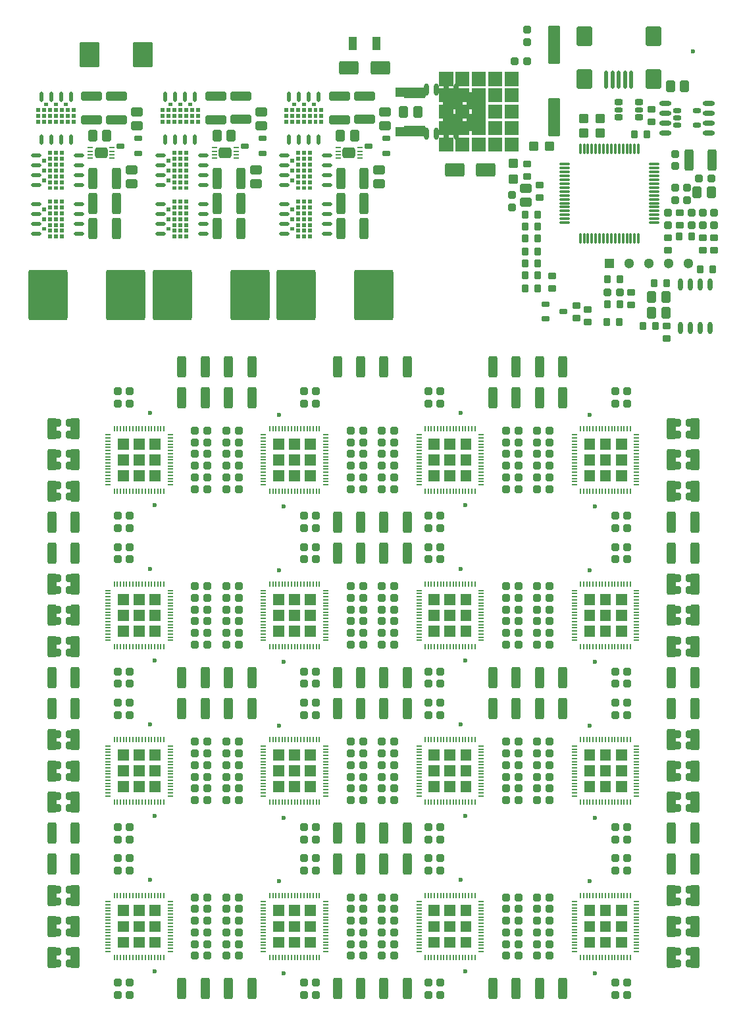
<source format=gtp>
%FSLAX44Y44*%
%MOMM*%
G71*
G01*
G75*
G04 Layer_Color=8421504*
%ADD10O,0.8000X0.2000*%
%ADD11O,0.2000X0.8000*%
%ADD12R,0.3500X0.3500*%
%ADD13C,0.6000*%
G04:AMPARAMS|DCode=14|XSize=1mm|YSize=0.95mm|CornerRadius=0.1995mm|HoleSize=0mm|Usage=FLASHONLY|Rotation=90.000|XOffset=0mm|YOffset=0mm|HoleType=Round|Shape=RoundedRectangle|*
%AMROUNDEDRECTD14*
21,1,1.0000,0.5510,0,0,90.0*
21,1,0.6010,0.9500,0,0,90.0*
1,1,0.3990,0.2755,0.3005*
1,1,0.3990,0.2755,-0.3005*
1,1,0.3990,-0.2755,-0.3005*
1,1,0.3990,-0.2755,0.3005*
%
%ADD14ROUNDEDRECTD14*%
G04:AMPARAMS|DCode=15|XSize=1mm|YSize=0.95mm|CornerRadius=0.1995mm|HoleSize=0mm|Usage=FLASHONLY|Rotation=0.000|XOffset=0mm|YOffset=0mm|HoleType=Round|Shape=RoundedRectangle|*
%AMROUNDEDRECTD15*
21,1,1.0000,0.5510,0,0,0.0*
21,1,0.6010,0.9500,0,0,0.0*
1,1,0.3990,0.3005,-0.2755*
1,1,0.3990,-0.3005,-0.2755*
1,1,0.3990,-0.3005,0.2755*
1,1,0.3990,0.3005,0.2755*
%
%ADD15ROUNDEDRECTD15*%
G04:AMPARAMS|DCode=16|XSize=1mm|YSize=0.9mm|CornerRadius=0.198mm|HoleSize=0mm|Usage=FLASHONLY|Rotation=90.000|XOffset=0mm|YOffset=0mm|HoleType=Round|Shape=RoundedRectangle|*
%AMROUNDEDRECTD16*
21,1,1.0000,0.5040,0,0,90.0*
21,1,0.6040,0.9000,0,0,90.0*
1,1,0.3960,0.2520,0.3020*
1,1,0.3960,0.2520,-0.3020*
1,1,0.3960,-0.2520,-0.3020*
1,1,0.3960,-0.2520,0.3020*
%
%ADD16ROUNDEDRECTD16*%
G04:AMPARAMS|DCode=17|XSize=1mm|YSize=0.9mm|CornerRadius=0.198mm|HoleSize=0mm|Usage=FLASHONLY|Rotation=0.000|XOffset=0mm|YOffset=0mm|HoleType=Round|Shape=RoundedRectangle|*
%AMROUNDEDRECTD17*
21,1,1.0000,0.5040,0,0,0.0*
21,1,0.6040,0.9000,0,0,0.0*
1,1,0.3960,0.3020,-0.2520*
1,1,0.3960,-0.3020,-0.2520*
1,1,0.3960,-0.3020,0.2520*
1,1,0.3960,0.3020,0.2520*
%
%ADD17ROUNDEDRECTD17*%
G04:AMPARAMS|DCode=18|XSize=2.7mm|YSize=1.15mm|CornerRadius=0.2013mm|HoleSize=0mm|Usage=FLASHONLY|Rotation=90.000|XOffset=0mm|YOffset=0mm|HoleType=Round|Shape=RoundedRectangle|*
%AMROUNDEDRECTD18*
21,1,2.7000,0.7475,0,0,90.0*
21,1,2.2975,1.1500,0,0,90.0*
1,1,0.4025,0.3738,1.1487*
1,1,0.4025,0.3738,-1.1487*
1,1,0.4025,-0.3738,-1.1487*
1,1,0.4025,-0.3738,1.1487*
%
%ADD18ROUNDEDRECTD18*%
G04:AMPARAMS|DCode=19|XSize=2.5mm|YSize=2mm|CornerRadius=0.2mm|HoleSize=0mm|Usage=FLASHONLY|Rotation=270.000|XOffset=0mm|YOffset=0mm|HoleType=Round|Shape=RoundedRectangle|*
%AMROUNDEDRECTD19*
21,1,2.5000,1.6000,0,0,270.0*
21,1,2.1000,2.0000,0,0,270.0*
1,1,0.4000,-0.8000,-1.0500*
1,1,0.4000,-0.8000,1.0500*
1,1,0.4000,0.8000,1.0500*
1,1,0.4000,0.8000,-1.0500*
%
%ADD19ROUNDEDRECTD19*%
G04:AMPARAMS|DCode=20|XSize=2.3mm|YSize=0.5mm|CornerRadius=0.2mm|HoleSize=0mm|Usage=FLASHONLY|Rotation=270.000|XOffset=0mm|YOffset=0mm|HoleType=Round|Shape=RoundedRectangle|*
%AMROUNDEDRECTD20*
21,1,2.3000,0.1000,0,0,270.0*
21,1,1.9000,0.5000,0,0,270.0*
1,1,0.4000,-0.0500,-0.9500*
1,1,0.4000,-0.0500,0.9500*
1,1,0.4000,0.0500,0.9500*
1,1,0.4000,0.0500,-0.9500*
%
%ADD20ROUNDEDRECTD20*%
G04:AMPARAMS|DCode=21|XSize=2.5mm|YSize=1.7mm|CornerRadius=0.204mm|HoleSize=0mm|Usage=FLASHONLY|Rotation=0.000|XOffset=0mm|YOffset=0mm|HoleType=Round|Shape=RoundedRectangle|*
%AMROUNDEDRECTD21*
21,1,2.5000,1.2920,0,0,0.0*
21,1,2.0920,1.7000,0,0,0.0*
1,1,0.4080,1.0460,-0.6460*
1,1,0.4080,-1.0460,-0.6460*
1,1,0.4080,-1.0460,0.6460*
1,1,0.4080,1.0460,0.6460*
%
%ADD21ROUNDEDRECTD21*%
G04:AMPARAMS|DCode=22|XSize=1.1mm|YSize=0.8mm|CornerRadius=0.268mm|HoleSize=0mm|Usage=FLASHONLY|Rotation=0.000|XOffset=0mm|YOffset=0mm|HoleType=Round|Shape=RoundedRectangle|*
%AMROUNDEDRECTD22*
21,1,1.1000,0.2640,0,0,0.0*
21,1,0.5640,0.8000,0,0,0.0*
1,1,0.5360,0.2820,-0.1320*
1,1,0.5360,-0.2820,-0.1320*
1,1,0.5360,-0.2820,0.1320*
1,1,0.5360,0.2820,0.1320*
%
%ADD22ROUNDEDRECTD22*%
G04:AMPARAMS|DCode=23|XSize=1.1mm|YSize=0.6mm|CornerRadius=0.201mm|HoleSize=0mm|Usage=FLASHONLY|Rotation=0.000|XOffset=0mm|YOffset=0mm|HoleType=Round|Shape=RoundedRectangle|*
%AMROUNDEDRECTD23*
21,1,1.1000,0.1980,0,0,0.0*
21,1,0.6980,0.6000,0,0,0.0*
1,1,0.4020,0.3490,-0.0990*
1,1,0.4020,-0.3490,-0.0990*
1,1,0.4020,-0.3490,0.0990*
1,1,0.4020,0.3490,0.0990*
%
%ADD23ROUNDEDRECTD23*%
G04:AMPARAMS|DCode=24|XSize=1.2mm|YSize=1.2mm|CornerRadius=0.198mm|HoleSize=0mm|Usage=FLASHONLY|Rotation=0.000|XOffset=0mm|YOffset=0mm|HoleType=Round|Shape=RoundedRectangle|*
%AMROUNDEDRECTD24*
21,1,1.2000,0.8040,0,0,0.0*
21,1,0.8040,1.2000,0,0,0.0*
1,1,0.3960,0.4020,-0.4020*
1,1,0.3960,-0.4020,-0.4020*
1,1,0.3960,-0.4020,0.4020*
1,1,0.3960,0.4020,0.4020*
%
%ADD24ROUNDEDRECTD24*%
G04:AMPARAMS|DCode=25|XSize=1.45mm|YSize=1.15mm|CornerRadius=0.2013mm|HoleSize=0mm|Usage=FLASHONLY|Rotation=0.000|XOffset=0mm|YOffset=0mm|HoleType=Round|Shape=RoundedRectangle|*
%AMROUNDEDRECTD25*
21,1,1.4500,0.7475,0,0,0.0*
21,1,1.0475,1.1500,0,0,0.0*
1,1,0.4025,0.5238,-0.3738*
1,1,0.4025,-0.5238,-0.3738*
1,1,0.4025,-0.5238,0.3738*
1,1,0.4025,0.5238,0.3738*
%
%ADD25ROUNDEDRECTD25*%
G04:AMPARAMS|DCode=26|XSize=1.45mm|YSize=1.15mm|CornerRadius=0.2013mm|HoleSize=0mm|Usage=FLASHONLY|Rotation=270.000|XOffset=0mm|YOffset=0mm|HoleType=Round|Shape=RoundedRectangle|*
%AMROUNDEDRECTD26*
21,1,1.4500,0.7475,0,0,270.0*
21,1,1.0475,1.1500,0,0,270.0*
1,1,0.4025,-0.3738,-0.5238*
1,1,0.4025,-0.3738,0.5238*
1,1,0.4025,0.3738,0.5238*
1,1,0.4025,0.3738,-0.5238*
%
%ADD26ROUNDEDRECTD26*%
G04:AMPARAMS|DCode=27|XSize=2.7mm|YSize=1.15mm|CornerRadius=0.2013mm|HoleSize=0mm|Usage=FLASHONLY|Rotation=180.000|XOffset=0mm|YOffset=0mm|HoleType=Round|Shape=RoundedRectangle|*
%AMROUNDEDRECTD27*
21,1,2.7000,0.7475,0,0,180.0*
21,1,2.2975,1.1500,0,0,180.0*
1,1,0.4025,-1.1487,0.3738*
1,1,0.4025,1.1487,0.3738*
1,1,0.4025,1.1487,-0.3738*
1,1,0.4025,-1.1487,-0.3738*
%
%ADD27ROUNDEDRECTD27*%
G04:AMPARAMS|DCode=28|XSize=1.05mm|YSize=0.65mm|CornerRadius=0.2015mm|HoleSize=0mm|Usage=FLASHONLY|Rotation=180.000|XOffset=0mm|YOffset=0mm|HoleType=Round|Shape=RoundedRectangle|*
%AMROUNDEDRECTD28*
21,1,1.0500,0.2470,0,0,180.0*
21,1,0.6470,0.6500,0,0,180.0*
1,1,0.4030,-0.3235,0.1235*
1,1,0.4030,0.3235,0.1235*
1,1,0.4030,0.3235,-0.1235*
1,1,0.4030,-0.3235,-0.1235*
%
%ADD28ROUNDEDRECTD28*%
G04:AMPARAMS|DCode=29|XSize=1.2mm|YSize=1.2mm|CornerRadius=0.198mm|HoleSize=0mm|Usage=FLASHONLY|Rotation=90.000|XOffset=0mm|YOffset=0mm|HoleType=Round|Shape=RoundedRectangle|*
%AMROUNDEDRECTD29*
21,1,1.2000,0.8040,0,0,90.0*
21,1,0.8040,1.2000,0,0,90.0*
1,1,0.3960,0.4020,0.4020*
1,1,0.3960,0.4020,-0.4020*
1,1,0.3960,-0.4020,-0.4020*
1,1,0.3960,-0.4020,0.4020*
%
%ADD29ROUNDEDRECTD29*%
G04:AMPARAMS|DCode=30|XSize=3.3mm|YSize=2.5mm|CornerRadius=0.2mm|HoleSize=0mm|Usage=FLASHONLY|Rotation=270.000|XOffset=0mm|YOffset=0mm|HoleType=Round|Shape=RoundedRectangle|*
%AMROUNDEDRECTD30*
21,1,3.3000,2.1000,0,0,270.0*
21,1,2.9000,2.5000,0,0,270.0*
1,1,0.4000,-1.0500,-1.4500*
1,1,0.4000,-1.0500,1.4500*
1,1,0.4000,1.0500,1.4500*
1,1,0.4000,1.0500,-1.4500*
%
%ADD30ROUNDEDRECTD30*%
G04:AMPARAMS|DCode=31|XSize=6.5mm|YSize=5mm|CornerRadius=0.25mm|HoleSize=0mm|Usage=FLASHONLY|Rotation=90.000|XOffset=0mm|YOffset=0mm|HoleType=Round|Shape=RoundedRectangle|*
%AMROUNDEDRECTD31*
21,1,6.5000,4.5000,0,0,90.0*
21,1,6.0000,5.0000,0,0,90.0*
1,1,0.5000,2.2500,3.0000*
1,1,0.5000,2.2500,-3.0000*
1,1,0.5000,-2.2500,-3.0000*
1,1,0.5000,-2.2500,3.0000*
%
%ADD31ROUNDEDRECTD31*%
%ADD32O,0.5000X1.3500*%
%ADD33O,1.3500X0.5000*%
G04:AMPARAMS|DCode=34|XSize=1.75mm|YSize=1.05mm|CornerRadius=0.1995mm|HoleSize=0mm|Usage=FLASHONLY|Rotation=90.000|XOffset=0mm|YOffset=0mm|HoleType=Round|Shape=RoundedRectangle|*
%AMROUNDEDRECTD34*
21,1,1.7500,0.6510,0,0,90.0*
21,1,1.3510,1.0500,0,0,90.0*
1,1,0.3990,0.3255,0.6755*
1,1,0.3990,0.3255,-0.6755*
1,1,0.3990,-0.3255,-0.6755*
1,1,0.3990,-0.3255,0.6755*
%
%ADD34ROUNDEDRECTD34*%
G04:AMPARAMS|DCode=35|XSize=0.7mm|YSize=0.25mm|CornerRadius=0.0838mm|HoleSize=0mm|Usage=FLASHONLY|Rotation=0.000|XOffset=0mm|YOffset=0mm|HoleType=Round|Shape=RoundedRectangle|*
%AMROUNDEDRECTD35*
21,1,0.7000,0.0825,0,0,0.0*
21,1,0.5325,0.2500,0,0,0.0*
1,1,0.1675,0.2662,-0.0413*
1,1,0.1675,-0.2662,-0.0413*
1,1,0.1675,-0.2662,0.0413*
1,1,0.1675,0.2662,0.0413*
%
%ADD35ROUNDEDRECTD35*%
G04:AMPARAMS|DCode=36|XSize=1.35mm|YSize=1.65mm|CornerRadius=0.27mm|HoleSize=0mm|Usage=FLASHONLY|Rotation=90.000|XOffset=0mm|YOffset=0mm|HoleType=Round|Shape=RoundedRectangle|*
%AMROUNDEDRECTD36*
21,1,1.3500,1.1100,0,0,90.0*
21,1,0.8100,1.6500,0,0,90.0*
1,1,0.5400,0.5550,0.4050*
1,1,0.5400,0.5550,-0.4050*
1,1,0.5400,-0.5550,-0.4050*
1,1,0.5400,-0.5550,0.4050*
%
%ADD36ROUNDEDRECTD36*%
%ADD37O,0.6000X1.5500*%
G04:AMPARAMS|DCode=38|XSize=3.95mm|YSize=1.2mm|CornerRadius=0.198mm|HoleSize=0mm|Usage=FLASHONLY|Rotation=0.000|XOffset=0mm|YOffset=0mm|HoleType=Round|Shape=RoundedRectangle|*
%AMROUNDEDRECTD38*
21,1,3.9500,0.8040,0,0,0.0*
21,1,3.5540,1.2000,0,0,0.0*
1,1,0.3960,1.7770,-0.4020*
1,1,0.3960,-1.7770,-0.4020*
1,1,0.3960,-1.7770,0.4020*
1,1,0.3960,1.7770,0.4020*
%
%ADD38ROUNDEDRECTD38*%
G04:AMPARAMS|DCode=39|XSize=11.3mm|YSize=10.75mm|CornerRadius=0.215mm|HoleSize=0mm|Usage=FLASHONLY|Rotation=0.000|XOffset=0mm|YOffset=0mm|HoleType=Round|Shape=RoundedRectangle|*
%AMROUNDEDRECTD39*
21,1,11.3000,10.3200,0,0,0.0*
21,1,10.8700,10.7500,0,0,0.0*
1,1,0.4300,5.4350,-5.1600*
1,1,0.4300,-5.4350,-5.1600*
1,1,0.4300,-5.4350,5.1600*
1,1,0.4300,5.4350,5.1600*
%
%ADD39ROUNDEDRECTD39*%
G04:AMPARAMS|DCode=40|XSize=2.85mm|YSize=1mm|CornerRadius=0.2mm|HoleSize=0mm|Usage=FLASHONLY|Rotation=0.000|XOffset=0mm|YOffset=0mm|HoleType=Round|Shape=RoundedRectangle|*
%AMROUNDEDRECTD40*
21,1,2.8500,0.6000,0,0,0.0*
21,1,2.4500,1.0000,0,0,0.0*
1,1,0.4000,1.2250,-0.3000*
1,1,0.4000,-1.2250,-0.3000*
1,1,0.4000,-1.2250,0.3000*
1,1,0.4000,1.2250,0.3000*
%
%ADD40ROUNDEDRECTD40*%
G04:AMPARAMS|DCode=41|XSize=6.45mm|YSize=6mm|CornerRadius=0.21mm|HoleSize=0mm|Usage=FLASHONLY|Rotation=0.000|XOffset=0mm|YOffset=0mm|HoleType=Round|Shape=RoundedRectangle|*
%AMROUNDEDRECTD41*
21,1,6.4500,5.5800,0,0,0.0*
21,1,6.0300,6.0000,0,0,0.0*
1,1,0.4200,3.0150,-2.7900*
1,1,0.4200,-3.0150,-2.7900*
1,1,0.4200,-3.0150,2.7900*
1,1,0.4200,3.0150,2.7900*
%
%ADD41ROUNDEDRECTD41*%
%ADD42O,1.5500X0.6000*%
G04:AMPARAMS|DCode=43|XSize=4.9mm|YSize=1.6mm|CornerRadius=0.2mm|HoleSize=0mm|Usage=FLASHONLY|Rotation=270.000|XOffset=0mm|YOffset=0mm|HoleType=Round|Shape=RoundedRectangle|*
%AMROUNDEDRECTD43*
21,1,4.9000,1.2000,0,0,270.0*
21,1,4.5000,1.6000,0,0,270.0*
1,1,0.4000,-0.6000,-2.2500*
1,1,0.4000,-0.6000,2.2500*
1,1,0.4000,0.6000,2.2500*
1,1,0.4000,0.6000,-2.2500*
%
%ADD43ROUNDEDRECTD43*%
%ADD44C,1.0000*%
%ADD45O,1.5000X0.3000*%
%ADD46O,0.3000X1.5000*%
%ADD47R,1.3000X1.3000*%
%ADD48C,1.3000*%
%ADD49C,0.2000*%
%ADD50C,0.2500*%
%ADD51C,0.6000*%
%ADD52C,0.5000*%
%ADD53C,0.4000*%
%ADD54C,0.4500*%
%ADD55C,0.3500*%
%ADD56C,2.0000*%
%ADD57C,0.2540*%
%ADD58C,0.3000*%
%ADD59C,0.5000*%
%ADD60C,2.5000*%
%ADD61C,7.0000*%
%ADD62C,2.0000*%
%ADD63C,4.5000*%
%ADD64C,0.1500*%
%ADD65C,0.1000*%
%ADD66C,0.1524*%
%ADD67C,0.0000*%
G36*
X-563300Y742900D02*
X-577500D01*
Y757100D01*
X-563300D01*
Y742900D01*
D02*
G37*
G36*
X-722500D02*
X-736700D01*
Y757100D01*
X-722500D01*
Y742900D01*
D02*
G37*
G36*
X-542900D02*
X-557100D01*
Y757100D01*
X-542900D01*
Y742900D01*
D02*
G37*
G36*
X-163300D02*
X-177500D01*
Y757100D01*
X-163300D01*
Y742900D01*
D02*
G37*
G36*
X-522500D02*
X-536700D01*
Y757100D01*
X-522500D01*
Y742900D01*
D02*
G37*
G36*
X-742900D02*
X-757100D01*
Y757100D01*
X-742900D01*
Y742900D01*
D02*
G37*
G36*
X-363300Y742900D02*
X-377500D01*
Y757100D01*
X-363300D01*
Y742900D01*
D02*
G37*
G36*
X-122500Y722500D02*
X-136700D01*
Y736700D01*
X-122500D01*
Y722500D01*
D02*
G37*
G36*
X-342900Y742900D02*
X-357100D01*
Y757100D01*
X-342900D01*
Y742900D01*
D02*
G37*
G36*
X-763300Y742900D02*
X-777500D01*
Y757100D01*
X-763300D01*
Y742900D01*
D02*
G37*
G36*
X-322500Y742900D02*
X-336700D01*
Y757100D01*
X-322500D01*
Y742900D01*
D02*
G37*
G36*
X-142900Y742900D02*
X-157100D01*
Y757100D01*
X-142900D01*
Y742900D01*
D02*
G37*
G36*
X-563300Y763300D02*
X-577500D01*
Y777500D01*
X-563300D01*
Y763300D01*
D02*
G37*
G36*
X-722500D02*
X-736700D01*
Y777500D01*
X-722500D01*
Y763300D01*
D02*
G37*
G36*
X-542900D02*
X-557100D01*
Y777500D01*
X-542900D01*
Y763300D01*
D02*
G37*
G36*
X-163300D02*
X-177500D01*
Y777500D01*
X-163300D01*
Y763300D01*
D02*
G37*
G36*
X-522500D02*
X-536700D01*
Y777500D01*
X-522500D01*
Y763300D01*
D02*
G37*
G36*
X-742900D02*
X-757100D01*
Y777500D01*
X-742900D01*
Y763300D01*
D02*
G37*
G36*
X-363300Y763300D02*
X-377500D01*
Y777500D01*
X-363300D01*
Y763300D01*
D02*
G37*
G36*
X-122500Y742900D02*
X-136700D01*
Y757100D01*
X-122500D01*
Y742900D01*
D02*
G37*
G36*
X-342900Y763300D02*
X-357100D01*
Y777500D01*
X-342900D01*
Y763300D01*
D02*
G37*
G36*
X-763300Y763300D02*
X-777500D01*
Y777500D01*
X-763300D01*
Y763300D01*
D02*
G37*
G36*
X-322500Y763300D02*
X-336700D01*
Y777500D01*
X-322500D01*
Y763300D01*
D02*
G37*
G36*
X-142900Y722500D02*
X-157100D01*
Y736700D01*
X-142900D01*
Y722500D01*
D02*
G37*
G36*
X-363300Y563300D02*
X-377500D01*
Y577500D01*
X-363300D01*
Y563300D01*
D02*
G37*
G36*
X-522500D02*
X-536700D01*
Y577500D01*
X-522500D01*
Y563300D01*
D02*
G37*
G36*
X-342900D02*
X-357100D01*
Y577500D01*
X-342900D01*
Y563300D01*
D02*
G37*
G36*
X-163300D02*
X-177500D01*
Y577500D01*
X-163300D01*
Y563300D01*
D02*
G37*
G36*
X-322500D02*
X-336700D01*
Y577500D01*
X-322500D01*
Y563300D01*
D02*
G37*
G36*
X-542900D02*
X-557100D01*
Y577500D01*
X-542900D01*
Y563300D01*
D02*
G37*
G36*
X-763300D02*
X-777500D01*
Y577500D01*
X-763300D01*
Y563300D01*
D02*
G37*
G36*
X-122500Y542900D02*
X-136700D01*
Y557100D01*
X-122500D01*
Y542900D01*
D02*
G37*
G36*
X-742900Y563300D02*
X-757100D01*
Y577500D01*
X-742900D01*
Y563300D01*
D02*
G37*
G36*
X-563300D02*
X-577500D01*
Y577500D01*
X-563300D01*
Y563300D01*
D02*
G37*
G36*
X-722500D02*
X-736700D01*
Y577500D01*
X-722500D01*
Y563300D01*
D02*
G37*
G36*
X-142900D02*
X-157100D01*
Y577500D01*
X-142900D01*
Y563300D01*
D02*
G37*
G36*
X-563300Y722500D02*
X-577500D01*
Y736700D01*
X-563300D01*
Y722500D01*
D02*
G37*
G36*
X-722500D02*
X-736700D01*
Y736700D01*
X-722500D01*
Y722500D01*
D02*
G37*
G36*
X-542900D02*
X-557100D01*
Y736700D01*
X-542900D01*
Y722500D01*
D02*
G37*
G36*
X-163300D02*
X-177500D01*
Y736700D01*
X-163300D01*
Y722500D01*
D02*
G37*
G36*
X-522500D02*
X-536700D01*
Y736700D01*
X-522500D01*
Y722500D01*
D02*
G37*
G36*
X-742900D02*
X-757100D01*
Y736700D01*
X-742900D01*
Y722500D01*
D02*
G37*
G36*
X-363300Y722500D02*
X-377500D01*
Y736700D01*
X-363300D01*
Y722500D01*
D02*
G37*
G36*
X-122500Y563300D02*
X-136700D01*
Y577500D01*
X-122500D01*
Y563300D01*
D02*
G37*
G36*
X-342900Y722500D02*
X-357100D01*
Y736700D01*
X-342900D01*
Y722500D01*
D02*
G37*
G36*
X-763300Y722500D02*
X-777500D01*
Y736700D01*
X-763300D01*
Y722500D01*
D02*
G37*
G36*
X-322500Y722500D02*
X-336700D01*
Y736700D01*
X-322500D01*
Y722500D01*
D02*
G37*
G36*
X-142900Y763300D02*
X-157100D01*
Y777500D01*
X-142900D01*
Y763300D01*
D02*
G37*
G36*
X-869500Y1057000D02*
X-874500D01*
Y1062000D01*
X-869500D01*
Y1057000D01*
D02*
G37*
G36*
X-528000Y1049500D02*
X-533000D01*
Y1054500D01*
X-528000D01*
Y1049500D01*
D02*
G37*
G36*
X-862000Y1057000D02*
X-867000D01*
Y1062000D01*
X-862000D01*
Y1057000D01*
D02*
G37*
G36*
X-847000D02*
X-852000D01*
Y1062000D01*
X-847000D01*
Y1057000D01*
D02*
G37*
G36*
X-854500D02*
X-859500D01*
Y1062000D01*
X-854500D01*
Y1057000D01*
D02*
G37*
G36*
X-535500Y1049500D02*
X-540500D01*
Y1054500D01*
X-535500D01*
Y1049500D01*
D02*
G37*
G36*
X-702000D02*
X-707000D01*
Y1054500D01*
X-702000D01*
Y1049500D01*
D02*
G37*
G36*
X-847000D02*
X-852000D01*
Y1054500D01*
X-847000D01*
Y1049500D01*
D02*
G37*
G36*
X-694500D02*
X-699500D01*
Y1054500D01*
X-694500D01*
Y1049500D01*
D02*
G37*
G36*
X-543000D02*
X-548000D01*
Y1054500D01*
X-543000D01*
Y1049500D01*
D02*
G37*
G36*
X-687000D02*
X-692000D01*
Y1054500D01*
X-687000D01*
Y1049500D01*
D02*
G37*
G36*
X-709500Y1057000D02*
X-714500D01*
Y1062000D01*
X-709500D01*
Y1057000D01*
D02*
G37*
G36*
X-862000Y1064500D02*
X-867000D01*
Y1069500D01*
X-862000D01*
Y1064500D01*
D02*
G37*
G36*
X-528000Y1057000D02*
X-533000D01*
Y1062000D01*
X-528000D01*
Y1057000D01*
D02*
G37*
G36*
X-854500Y1064500D02*
X-859500D01*
Y1069500D01*
X-854500D01*
Y1064500D01*
D02*
G37*
G36*
X-702000D02*
X-707000D01*
Y1069500D01*
X-702000D01*
Y1064500D01*
D02*
G37*
G36*
X-847000D02*
X-852000D01*
Y1069500D01*
X-847000D01*
Y1064500D01*
D02*
G37*
G36*
X-535500Y1057000D02*
X-540500D01*
Y1062000D01*
X-535500D01*
Y1057000D01*
D02*
G37*
G36*
X-694500D02*
X-699500D01*
Y1062000D01*
X-694500D01*
Y1057000D01*
D02*
G37*
G36*
X-702000D02*
X-707000D01*
Y1062000D01*
X-702000D01*
Y1057000D01*
D02*
G37*
G36*
X-687000D02*
X-692000D01*
Y1062000D01*
X-687000D01*
Y1057000D01*
D02*
G37*
G36*
X-543000D02*
X-548000D01*
Y1062000D01*
X-543000D01*
Y1057000D01*
D02*
G37*
G36*
X-550500D02*
X-555500D01*
Y1062000D01*
X-550500D01*
Y1057000D01*
D02*
G37*
G36*
X-854500Y1049500D02*
X-859500D01*
Y1054500D01*
X-854500D01*
Y1049500D01*
D02*
G37*
G36*
X-543000Y1034500D02*
X-548000D01*
Y1039500D01*
X-543000D01*
Y1034500D01*
D02*
G37*
G36*
X-687000D02*
X-692000D01*
Y1039500D01*
X-687000D01*
Y1034500D01*
D02*
G37*
G36*
X-535500D02*
X-540500D01*
Y1039500D01*
X-535500D01*
Y1034500D01*
D02*
G37*
G36*
X-862000Y1042000D02*
X-867000D01*
Y1047000D01*
X-862000D01*
Y1042000D01*
D02*
G37*
G36*
X-528000Y1034500D02*
X-533000D01*
Y1039500D01*
X-528000D01*
Y1034500D01*
D02*
G37*
G36*
X-694500D02*
X-699500D01*
Y1039500D01*
X-694500D01*
Y1034500D01*
D02*
G37*
G36*
X-862000D02*
X-867000D01*
Y1039500D01*
X-862000D01*
Y1034500D01*
D02*
G37*
G36*
X-122500Y763300D02*
X-136700D01*
Y777500D01*
X-122500D01*
Y763300D01*
D02*
G37*
G36*
X-854500Y1034500D02*
X-859500D01*
Y1039500D01*
X-854500D01*
Y1034500D01*
D02*
G37*
G36*
X-702000D02*
X-707000D01*
Y1039500D01*
X-702000D01*
Y1034500D01*
D02*
G37*
G36*
X-847000D02*
X-852000D01*
Y1039500D01*
X-847000D01*
Y1034500D01*
D02*
G37*
G36*
X-854500Y1042000D02*
X-859500D01*
Y1047000D01*
X-854500D01*
Y1042000D01*
D02*
G37*
G36*
X-869500Y1044500D02*
X-874500D01*
Y1049500D01*
X-869500D01*
Y1044500D01*
D02*
G37*
G36*
X-528000Y1042000D02*
X-533000D01*
Y1047000D01*
X-528000D01*
Y1042000D01*
D02*
G37*
G36*
X-709500Y1044500D02*
X-714500D01*
Y1049500D01*
X-709500D01*
Y1044500D01*
D02*
G37*
G36*
X-862000Y1049500D02*
X-867000D01*
Y1054500D01*
X-862000D01*
Y1049500D01*
D02*
G37*
G36*
X-550500Y1044500D02*
X-555500D01*
Y1049500D01*
X-550500D01*
Y1044500D01*
D02*
G37*
G36*
X-535500Y1042000D02*
X-540500D01*
Y1047000D01*
X-535500D01*
Y1042000D01*
D02*
G37*
G36*
X-702000D02*
X-707000D01*
Y1047000D01*
X-702000D01*
Y1042000D01*
D02*
G37*
G36*
X-847000D02*
X-852000D01*
Y1047000D01*
X-847000D01*
Y1042000D01*
D02*
G37*
G36*
X-694500D02*
X-699500D01*
Y1047000D01*
X-694500D01*
Y1042000D01*
D02*
G37*
G36*
X-543000D02*
X-548000D01*
Y1047000D01*
X-543000D01*
Y1042000D01*
D02*
G37*
G36*
X-687000D02*
X-692000D01*
Y1047000D01*
X-687000D01*
Y1042000D01*
D02*
G37*
G36*
X-542900Y163300D02*
X-557100D01*
Y177500D01*
X-542900D01*
Y163300D01*
D02*
G37*
G36*
X-563300D02*
X-577500D01*
Y177500D01*
X-563300D01*
Y163300D01*
D02*
G37*
G36*
X-522500D02*
X-536700D01*
Y177500D01*
X-522500D01*
Y163300D01*
D02*
G37*
G36*
X-142900D02*
X-157100D01*
Y177500D01*
X-142900D01*
Y163300D01*
D02*
G37*
G36*
X-163300D02*
X-177500D01*
Y177500D01*
X-163300D01*
Y163300D01*
D02*
G37*
G36*
X-722500D02*
X-736700D01*
Y177500D01*
X-722500D01*
Y163300D01*
D02*
G37*
G36*
X-342900Y163300D02*
X-357100D01*
Y177500D01*
X-342900D01*
Y163300D01*
D02*
G37*
G36*
X-363300D02*
X-377500D01*
Y177500D01*
X-363300D01*
Y163300D01*
D02*
G37*
G36*
X-322500D02*
X-336700D01*
Y177500D01*
X-322500D01*
Y163300D01*
D02*
G37*
G36*
X-742900Y163300D02*
X-757100D01*
Y177500D01*
X-742900D01*
Y163300D01*
D02*
G37*
G36*
X-763300D02*
X-777500D01*
Y177500D01*
X-763300D01*
Y163300D01*
D02*
G37*
G36*
X-122500D02*
X-136700D01*
Y177500D01*
X-122500D01*
Y163300D01*
D02*
G37*
G36*
X-342900Y322500D02*
X-357100D01*
Y336700D01*
X-342900D01*
Y322500D01*
D02*
G37*
G36*
X-363300D02*
X-377500D01*
Y336700D01*
X-363300D01*
Y322500D01*
D02*
G37*
G36*
X-322500D02*
X-336700D01*
Y336700D01*
X-322500D01*
Y322500D01*
D02*
G37*
G36*
X-142900D02*
X-157100D01*
Y336700D01*
X-142900D01*
Y322500D01*
D02*
G37*
G36*
X-163300D02*
X-177500D01*
Y336700D01*
X-163300D01*
Y322500D01*
D02*
G37*
G36*
X-522500D02*
X-536700D01*
Y336700D01*
X-522500D01*
Y322500D01*
D02*
G37*
G36*
X-742900D02*
X-757100D01*
Y336700D01*
X-742900D01*
Y322500D01*
D02*
G37*
G36*
X-763300D02*
X-777500D01*
Y336700D01*
X-763300D01*
Y322500D01*
D02*
G37*
G36*
X-722500D02*
X-736700D01*
Y336700D01*
X-722500D01*
Y322500D01*
D02*
G37*
G36*
X-542900D02*
X-557100D01*
Y336700D01*
X-542900D01*
Y322500D01*
D02*
G37*
G36*
X-563300D02*
X-577500D01*
Y336700D01*
X-563300D01*
Y322500D01*
D02*
G37*
G36*
X-122500Y142900D02*
X-136700D01*
Y157100D01*
X-122500D01*
Y142900D01*
D02*
G37*
G36*
X-542900Y122500D02*
X-557100D01*
Y136700D01*
X-542900D01*
Y122500D01*
D02*
G37*
G36*
X-563300D02*
X-577500D01*
Y136700D01*
X-563300D01*
Y122500D01*
D02*
G37*
G36*
X-522500D02*
X-536700D01*
Y136700D01*
X-522500D01*
Y122500D01*
D02*
G37*
G36*
X-142900D02*
X-157100D01*
Y136700D01*
X-142900D01*
Y122500D01*
D02*
G37*
G36*
X-163300D02*
X-177500D01*
Y136700D01*
X-163300D01*
Y122500D01*
D02*
G37*
G36*
X-722500D02*
X-736700D01*
Y136700D01*
X-722500D01*
Y122500D01*
D02*
G37*
G36*
X-342900Y122500D02*
X-357100D01*
Y136700D01*
X-342900D01*
Y122500D01*
D02*
G37*
G36*
X-363300D02*
X-377500D01*
Y136700D01*
X-363300D01*
Y122500D01*
D02*
G37*
G36*
X-322500D02*
X-336700D01*
Y136700D01*
X-322500D01*
Y122500D01*
D02*
G37*
G36*
X-742900Y122500D02*
X-757100D01*
Y136700D01*
X-742900D01*
Y122500D01*
D02*
G37*
G36*
X-763300D02*
X-777500D01*
Y136700D01*
X-763300D01*
Y122500D01*
D02*
G37*
G36*
X-122500D02*
X-136700D01*
Y136700D01*
X-122500D01*
Y122500D01*
D02*
G37*
G36*
X-542900Y142900D02*
X-557100D01*
Y157100D01*
X-542900D01*
Y142900D01*
D02*
G37*
G36*
X-563300D02*
X-577500D01*
Y157100D01*
X-563300D01*
Y142900D01*
D02*
G37*
G36*
X-522500D02*
X-536700D01*
Y157100D01*
X-522500D01*
Y142900D01*
D02*
G37*
G36*
X-142900D02*
X-157100D01*
Y157100D01*
X-142900D01*
Y142900D01*
D02*
G37*
G36*
X-163300D02*
X-177500D01*
Y157100D01*
X-163300D01*
Y142900D01*
D02*
G37*
G36*
X-722500D02*
X-736700D01*
Y157100D01*
X-722500D01*
Y142900D01*
D02*
G37*
G36*
X-342900Y142900D02*
X-357100D01*
Y157100D01*
X-342900D01*
Y142900D01*
D02*
G37*
G36*
X-363300D02*
X-377500D01*
Y157100D01*
X-363300D01*
Y142900D01*
D02*
G37*
G36*
X-322500D02*
X-336700D01*
Y157100D01*
X-322500D01*
Y142900D01*
D02*
G37*
G36*
X-742900Y142900D02*
X-757100D01*
Y157100D01*
X-742900D01*
Y142900D01*
D02*
G37*
G36*
X-763300D02*
X-777500D01*
Y157100D01*
X-763300D01*
Y142900D01*
D02*
G37*
G36*
X-122500Y322500D02*
X-136700D01*
Y336700D01*
X-122500D01*
Y322500D01*
D02*
G37*
G36*
X-342900Y522500D02*
X-357100D01*
Y536700D01*
X-342900D01*
Y522500D01*
D02*
G37*
G36*
X-363300D02*
X-377500D01*
Y536700D01*
X-363300D01*
Y522500D01*
D02*
G37*
G36*
X-322500D02*
X-336700D01*
Y536700D01*
X-322500D01*
Y522500D01*
D02*
G37*
G36*
X-142900D02*
X-157100D01*
Y536700D01*
X-142900D01*
Y522500D01*
D02*
G37*
G36*
X-163300D02*
X-177500D01*
Y536700D01*
X-163300D01*
Y522500D01*
D02*
G37*
G36*
X-522500D02*
X-536700D01*
Y536700D01*
X-522500D01*
Y522500D01*
D02*
G37*
G36*
X-742900D02*
X-757100D01*
Y536700D01*
X-742900D01*
Y522500D01*
D02*
G37*
G36*
X-763300D02*
X-777500D01*
Y536700D01*
X-763300D01*
Y522500D01*
D02*
G37*
G36*
X-722500D02*
X-736700D01*
Y536700D01*
X-722500D01*
Y522500D01*
D02*
G37*
G36*
X-542900D02*
X-557100D01*
Y536700D01*
X-542900D01*
Y522500D01*
D02*
G37*
G36*
X-563300D02*
X-577500D01*
Y536700D01*
X-563300D01*
Y522500D01*
D02*
G37*
G36*
X-122500D02*
X-136700D01*
Y536700D01*
X-122500D01*
Y522500D01*
D02*
G37*
G36*
X-342900Y542900D02*
X-357100D01*
Y557100D01*
X-342900D01*
Y542900D01*
D02*
G37*
G36*
X-363300D02*
X-377500D01*
Y557100D01*
X-363300D01*
Y542900D01*
D02*
G37*
G36*
X-322500D02*
X-336700D01*
Y557100D01*
X-322500D01*
Y542900D01*
D02*
G37*
G36*
X-142900D02*
X-157100D01*
Y557100D01*
X-142900D01*
Y542900D01*
D02*
G37*
G36*
X-163300D02*
X-177500D01*
Y557100D01*
X-163300D01*
Y542900D01*
D02*
G37*
G36*
X-522500D02*
X-536700D01*
Y557100D01*
X-522500D01*
Y542900D01*
D02*
G37*
G36*
X-742900D02*
X-757100D01*
Y557100D01*
X-742900D01*
Y542900D01*
D02*
G37*
G36*
X-763300D02*
X-777500D01*
Y557100D01*
X-763300D01*
Y542900D01*
D02*
G37*
G36*
X-722500D02*
X-736700D01*
Y557100D01*
X-722500D01*
Y542900D01*
D02*
G37*
G36*
X-542900D02*
X-557100D01*
Y557100D01*
X-542900D01*
Y542900D01*
D02*
G37*
G36*
X-563300D02*
X-577500D01*
Y557100D01*
X-563300D01*
Y542900D01*
D02*
G37*
G36*
X-122500Y363300D02*
X-136700D01*
Y377500D01*
X-122500D01*
Y363300D01*
D02*
G37*
G36*
X-342900Y342900D02*
X-357100D01*
Y357100D01*
X-342900D01*
Y342900D01*
D02*
G37*
G36*
X-363300D02*
X-377500D01*
Y357100D01*
X-363300D01*
Y342900D01*
D02*
G37*
G36*
X-322500D02*
X-336700D01*
Y357100D01*
X-322500D01*
Y342900D01*
D02*
G37*
G36*
X-142900D02*
X-157100D01*
Y357100D01*
X-142900D01*
Y342900D01*
D02*
G37*
G36*
X-163300D02*
X-177500D01*
Y357100D01*
X-163300D01*
Y342900D01*
D02*
G37*
G36*
X-522500D02*
X-536700D01*
Y357100D01*
X-522500D01*
Y342900D01*
D02*
G37*
G36*
X-742900D02*
X-757100D01*
Y357100D01*
X-742900D01*
Y342900D01*
D02*
G37*
G36*
X-763300D02*
X-777500D01*
Y357100D01*
X-763300D01*
Y342900D01*
D02*
G37*
G36*
X-722500D02*
X-736700D01*
Y357100D01*
X-722500D01*
Y342900D01*
D02*
G37*
G36*
X-542900D02*
X-557100D01*
Y357100D01*
X-542900D01*
Y342900D01*
D02*
G37*
G36*
X-563300D02*
X-577500D01*
Y357100D01*
X-563300D01*
Y342900D01*
D02*
G37*
G36*
X-122500D02*
X-136700D01*
Y357100D01*
X-122500D01*
Y342900D01*
D02*
G37*
G36*
X-342900Y363300D02*
X-357100D01*
Y377500D01*
X-342900D01*
Y363300D01*
D02*
G37*
G36*
X-363300D02*
X-377500D01*
Y377500D01*
X-363300D01*
Y363300D01*
D02*
G37*
G36*
X-322500D02*
X-336700D01*
Y377500D01*
X-322500D01*
Y363300D01*
D02*
G37*
G36*
X-142900D02*
X-157100D01*
Y377500D01*
X-142900D01*
Y363300D01*
D02*
G37*
G36*
X-163300D02*
X-177500D01*
Y377500D01*
X-163300D01*
Y363300D01*
D02*
G37*
G36*
X-522500D02*
X-536700D01*
Y377500D01*
X-522500D01*
Y363300D01*
D02*
G37*
G36*
X-742900D02*
X-757100D01*
Y377500D01*
X-742900D01*
Y363300D01*
D02*
G37*
G36*
X-763300D02*
X-777500D01*
Y377500D01*
X-763300D01*
Y363300D01*
D02*
G37*
G36*
X-722500D02*
X-736700D01*
Y377500D01*
X-722500D01*
Y363300D01*
D02*
G37*
G36*
X-542900D02*
X-557100D01*
Y377500D01*
X-542900D01*
Y363300D01*
D02*
G37*
G36*
X-563300D02*
X-577500D01*
Y377500D01*
X-563300D01*
Y363300D01*
D02*
G37*
G36*
X-694500Y1064500D02*
X-699500D01*
Y1069500D01*
X-694500D01*
Y1064500D01*
D02*
G37*
G36*
X-543000Y1181998D02*
X-548000D01*
Y1186998D01*
X-543000D01*
Y1181998D01*
D02*
G37*
G36*
X-550500D02*
X-555500D01*
Y1186998D01*
X-550500D01*
Y1181998D01*
D02*
G37*
G36*
X-535500D02*
X-540500D01*
Y1186998D01*
X-535500D01*
Y1181998D01*
D02*
G37*
G36*
X-262000Y1188650D02*
X-280000D01*
Y1206650D01*
X-262000D01*
Y1188650D01*
D02*
G37*
G36*
X-283000D02*
X-301000D01*
Y1206650D01*
X-283000D01*
Y1188650D01*
D02*
G37*
G36*
X-558000Y1181998D02*
X-563000D01*
Y1186998D01*
X-558000D01*
Y1181998D01*
D02*
G37*
G36*
X-717000D02*
X-722000D01*
Y1186998D01*
X-717000D01*
Y1181998D01*
D02*
G37*
G36*
X-854500D02*
X-859500D01*
Y1186998D01*
X-854500D01*
Y1181998D01*
D02*
G37*
G36*
X-709500D02*
X-714500D01*
Y1186998D01*
X-709500D01*
Y1181998D01*
D02*
G37*
G36*
X-694500D02*
X-699500D01*
Y1186998D01*
X-694500D01*
Y1181998D01*
D02*
G37*
G36*
X-702000D02*
X-707000D01*
Y1186998D01*
X-702000D01*
Y1181998D01*
D02*
G37*
G36*
X-847000Y1189498D02*
X-852000D01*
Y1194498D01*
X-847000D01*
Y1189498D01*
D02*
G37*
G36*
X-832000Y1189498D02*
X-837000D01*
Y1194498D01*
X-832000D01*
Y1189498D01*
D02*
G37*
G36*
X-839500D02*
X-844500D01*
Y1194498D01*
X-839500D01*
Y1189498D01*
D02*
G37*
G36*
X-717000D02*
X-722000D01*
Y1194498D01*
X-717000D01*
Y1189498D01*
D02*
G37*
G36*
X-702000D02*
X-707000D01*
Y1194498D01*
X-702000D01*
Y1189498D01*
D02*
G37*
G36*
X-709500D02*
X-714500D01*
Y1194498D01*
X-709500D01*
Y1189498D01*
D02*
G37*
G36*
X-854500D02*
X-859500D01*
Y1194498D01*
X-854500D01*
Y1189498D01*
D02*
G37*
G36*
X-528000Y1189498D02*
X-533000D01*
Y1194498D01*
X-528000D01*
Y1189498D01*
D02*
G37*
G36*
X-687000D02*
X-692000D01*
Y1194498D01*
X-687000D01*
Y1189498D01*
D02*
G37*
G36*
X-877000Y1189498D02*
X-882000D01*
Y1194498D01*
X-877000D01*
Y1189498D01*
D02*
G37*
G36*
X-862000D02*
X-867000D01*
Y1194498D01*
X-862000D01*
Y1189498D01*
D02*
G37*
G36*
X-869500D02*
X-874500D01*
Y1194498D01*
X-869500D01*
Y1189498D01*
D02*
G37*
G36*
X-283000Y1146650D02*
X-301000D01*
Y1164650D01*
X-283000D01*
Y1146650D01*
D02*
G37*
G36*
X-304000D02*
X-322000D01*
Y1164650D01*
X-304000D01*
Y1146650D01*
D02*
G37*
G36*
X-262000D02*
X-280000D01*
Y1164650D01*
X-262000D01*
Y1146650D01*
D02*
G37*
G36*
Y1167650D02*
X-280000D01*
Y1185650D01*
X-262000D01*
Y1167650D01*
D02*
G37*
G36*
X-283000D02*
X-301000D01*
Y1185650D01*
X-283000D01*
Y1167650D01*
D02*
G37*
G36*
X-325000Y1146650D02*
X-343000D01*
Y1164650D01*
X-325000D01*
Y1146650D01*
D02*
G37*
G36*
X-543000Y1141948D02*
X-548000D01*
Y1146948D01*
X-543000D01*
Y1141948D01*
D02*
G37*
G36*
X-687000D02*
X-692000D01*
Y1146948D01*
X-687000D01*
Y1141948D01*
D02*
G37*
G36*
X-535500D02*
X-540500D01*
Y1146948D01*
X-535500D01*
Y1141948D01*
D02*
G37*
G36*
X-346000Y1146650D02*
X-364000D01*
Y1164650D01*
X-346000D01*
Y1146650D01*
D02*
G37*
G36*
X-528000Y1141948D02*
X-533000D01*
Y1146948D01*
X-528000D01*
Y1141948D01*
D02*
G37*
G36*
X-847000Y1181998D02*
X-852000D01*
Y1186998D01*
X-847000D01*
Y1181998D01*
D02*
G37*
G36*
X-513000D02*
X-518000D01*
Y1186998D01*
X-513000D01*
Y1181998D01*
D02*
G37*
G36*
X-520500D02*
X-525500D01*
Y1186998D01*
X-520500D01*
Y1181998D01*
D02*
G37*
G36*
X-877000Y1181998D02*
X-882000D01*
Y1186998D01*
X-877000D01*
Y1181998D01*
D02*
G37*
G36*
X-862000D02*
X-867000D01*
Y1186998D01*
X-862000D01*
Y1181998D01*
D02*
G37*
G36*
X-869500D02*
X-874500D01*
Y1186998D01*
X-869500D01*
Y1181998D01*
D02*
G37*
G36*
X-528000Y1181998D02*
X-533000D01*
Y1186998D01*
X-528000D01*
Y1181998D01*
D02*
G37*
G36*
X-832000D02*
X-837000D01*
Y1186998D01*
X-832000D01*
Y1181998D01*
D02*
G37*
G36*
X-839500D02*
X-844500D01*
Y1186998D01*
X-839500D01*
Y1181998D01*
D02*
G37*
G36*
X-687000D02*
X-692000D01*
Y1186998D01*
X-687000D01*
Y1181998D01*
D02*
G37*
G36*
X-672000D02*
X-677000D01*
Y1186998D01*
X-672000D01*
Y1181998D01*
D02*
G37*
G36*
X-679500D02*
X-684500D01*
Y1186998D01*
X-679500D01*
Y1181998D01*
D02*
G37*
G36*
X-694500Y1189498D02*
X-699500D01*
Y1194498D01*
X-694500D01*
Y1189498D01*
D02*
G37*
G36*
X-694500Y1204498D02*
X-699500D01*
Y1209498D01*
X-694500D01*
Y1204498D01*
D02*
G37*
G36*
X-854500D02*
X-859500D01*
Y1209498D01*
X-854500D01*
Y1204498D01*
D02*
G37*
G36*
X-535500D02*
X-540500D01*
Y1209498D01*
X-535500D01*
Y1204498D01*
D02*
G37*
G36*
X-842000Y1204498D02*
X-847000D01*
Y1209498D01*
X-842000D01*
Y1204498D01*
D02*
G37*
G36*
X-867000D02*
X-872000D01*
Y1209498D01*
X-867000D01*
Y1204498D01*
D02*
G37*
G36*
X-513000Y1196998D02*
X-518000D01*
Y1201998D01*
X-513000D01*
Y1196998D01*
D02*
G37*
G36*
X-832000D02*
X-837000D01*
Y1201998D01*
X-832000D01*
Y1196998D01*
D02*
G37*
G36*
X-839500D02*
X-844500D01*
Y1201998D01*
X-839500D01*
Y1196998D01*
D02*
G37*
G36*
X-679500D02*
X-684500D01*
Y1201998D01*
X-679500D01*
Y1196998D01*
D02*
G37*
G36*
X-520500D02*
X-525500D01*
Y1201998D01*
X-520500D01*
Y1196998D01*
D02*
G37*
G36*
X-672000D02*
X-677000D01*
Y1201998D01*
X-672000D01*
Y1196998D01*
D02*
G37*
G36*
X-707000Y1204498D02*
X-712000D01*
Y1209498D01*
X-707000D01*
Y1204498D01*
D02*
G37*
G36*
X-325000Y1230650D02*
X-343000D01*
Y1248650D01*
X-325000D01*
Y1230650D01*
D02*
G37*
G36*
X-346000D02*
X-364000D01*
Y1248650D01*
X-346000D01*
Y1230650D01*
D02*
G37*
G36*
X-304000D02*
X-322000D01*
Y1248650D01*
X-304000D01*
Y1230650D01*
D02*
G37*
G36*
X-262000D02*
X-280000D01*
Y1248650D01*
X-262000D01*
Y1230650D01*
D02*
G37*
G36*
X-283000D02*
X-301000D01*
Y1248650D01*
X-283000D01*
Y1230650D01*
D02*
G37*
G36*
X-304000Y1222645D02*
X-303999D01*
Y1200645D01*
X-304000D01*
Y1194645D01*
X-303999D01*
Y1172645D01*
X-304000D01*
Y1167650D01*
X-322000D01*
Y1172645D01*
X-325000D01*
Y1167650D01*
X-343000D01*
Y1172645D01*
X-346000D01*
Y1167650D01*
X-364000D01*
Y1185650D01*
X-358999D01*
Y1188650D01*
X-364000D01*
Y1206650D01*
X-358999D01*
Y1209650D01*
X-364000D01*
Y1227650D01*
X-346000D01*
Y1222645D01*
X-343000D01*
Y1227650D01*
X-325000D01*
Y1222645D01*
X-322000D01*
Y1227650D01*
X-304000D01*
Y1222645D01*
D02*
G37*
G36*
X-548000Y1204498D02*
X-553000D01*
Y1209498D01*
X-548000D01*
Y1204498D01*
D02*
G37*
G36*
X-682000D02*
X-687000D01*
Y1209498D01*
X-682000D01*
Y1204498D01*
D02*
G37*
G36*
X-523000D02*
X-528000D01*
Y1209498D01*
X-523000D01*
Y1204498D01*
D02*
G37*
G36*
X-262000Y1209650D02*
X-280000D01*
Y1227650D01*
X-262000D01*
Y1209650D01*
D02*
G37*
G36*
X-283000D02*
X-301000D01*
Y1227650D01*
X-283000D01*
Y1209650D01*
D02*
G37*
G36*
X-513000Y1189498D02*
X-518000D01*
Y1194498D01*
X-513000D01*
Y1189498D01*
D02*
G37*
G36*
X-520500D02*
X-525500D01*
Y1194498D01*
X-520500D01*
Y1189498D01*
D02*
G37*
G36*
X-877000Y1196998D02*
X-882000D01*
Y1201998D01*
X-877000D01*
Y1196998D01*
D02*
G37*
G36*
X-862000D02*
X-867000D01*
Y1201998D01*
X-862000D01*
Y1196998D01*
D02*
G37*
G36*
X-869500D02*
X-874500D01*
Y1201998D01*
X-869500D01*
Y1196998D01*
D02*
G37*
G36*
X-535500Y1189498D02*
X-540500D01*
Y1194498D01*
X-535500D01*
Y1189498D01*
D02*
G37*
G36*
X-672000D02*
X-677000D01*
Y1194498D01*
X-672000D01*
Y1189498D01*
D02*
G37*
G36*
X-679500D02*
X-684500D01*
Y1194498D01*
X-679500D01*
Y1189498D01*
D02*
G37*
G36*
X-558000D02*
X-563000D01*
Y1194498D01*
X-558000D01*
Y1189498D01*
D02*
G37*
G36*
X-543000D02*
X-548000D01*
Y1194498D01*
X-543000D01*
Y1189498D01*
D02*
G37*
G36*
X-550500D02*
X-555500D01*
Y1194498D01*
X-550500D01*
Y1189498D01*
D02*
G37*
G36*
X-854500Y1196998D02*
X-859500D01*
Y1201998D01*
X-854500D01*
Y1196998D01*
D02*
G37*
G36*
X-550500D02*
X-555500D01*
Y1201998D01*
X-550500D01*
Y1196998D01*
D02*
G37*
G36*
X-558000D02*
X-563000D01*
Y1201998D01*
X-558000D01*
Y1196998D01*
D02*
G37*
G36*
X-543000D02*
X-548000D01*
Y1201998D01*
X-543000D01*
Y1196998D01*
D02*
G37*
G36*
X-528000D02*
X-533000D01*
Y1201998D01*
X-528000D01*
Y1196998D01*
D02*
G37*
G36*
X-535500D02*
X-540500D01*
Y1201998D01*
X-535500D01*
Y1196998D01*
D02*
G37*
G36*
X-687000D02*
X-692000D01*
Y1201998D01*
X-687000D01*
Y1196998D01*
D02*
G37*
G36*
X-717000D02*
X-722000D01*
Y1201998D01*
X-717000D01*
Y1196998D01*
D02*
G37*
G36*
X-847000D02*
X-852000D01*
Y1201998D01*
X-847000D01*
Y1196998D01*
D02*
G37*
G36*
X-709500D02*
X-714500D01*
Y1201998D01*
X-709500D01*
Y1196998D01*
D02*
G37*
G36*
X-694500D02*
X-699500D01*
Y1201998D01*
X-694500D01*
Y1196998D01*
D02*
G37*
G36*
X-702000D02*
X-707000D01*
Y1201998D01*
X-702000D01*
Y1196998D01*
D02*
G37*
G36*
X-543000Y1096948D02*
X-548000D01*
Y1101948D01*
X-543000D01*
Y1096948D01*
D02*
G37*
G36*
X-687000D02*
X-692000D01*
Y1101948D01*
X-687000D01*
Y1096948D01*
D02*
G37*
G36*
X-535500D02*
X-540500D01*
Y1101948D01*
X-535500D01*
Y1096948D01*
D02*
G37*
G36*
X-862000Y1104448D02*
X-867000D01*
Y1109448D01*
X-862000D01*
Y1104448D01*
D02*
G37*
G36*
X-528000Y1096948D02*
X-533000D01*
Y1101948D01*
X-528000D01*
Y1096948D01*
D02*
G37*
G36*
X-694500D02*
X-699500D01*
Y1101948D01*
X-694500D01*
Y1096948D01*
D02*
G37*
G36*
X-862000D02*
X-867000D01*
Y1101948D01*
X-862000D01*
Y1096948D01*
D02*
G37*
G36*
X-528000Y1079500D02*
X-533000D01*
Y1084500D01*
X-528000D01*
Y1079500D01*
D02*
G37*
G36*
X-854500Y1096948D02*
X-859500D01*
Y1101948D01*
X-854500D01*
Y1096948D01*
D02*
G37*
G36*
X-702000D02*
X-707000D01*
Y1101948D01*
X-702000D01*
Y1096948D01*
D02*
G37*
G36*
X-847000D02*
X-852000D01*
Y1101948D01*
X-847000D01*
Y1096948D01*
D02*
G37*
G36*
X-854500Y1104448D02*
X-859500D01*
Y1109448D01*
X-854500D01*
Y1104448D01*
D02*
G37*
G36*
X-869500Y1106948D02*
X-874500D01*
Y1111948D01*
X-869500D01*
Y1106948D01*
D02*
G37*
G36*
X-528000Y1104448D02*
X-533000D01*
Y1109448D01*
X-528000D01*
Y1104448D01*
D02*
G37*
G36*
X-709500Y1106948D02*
X-714500D01*
Y1111948D01*
X-709500D01*
Y1106948D01*
D02*
G37*
G36*
X-862000Y1111948D02*
X-867000D01*
Y1116948D01*
X-862000D01*
Y1111948D01*
D02*
G37*
G36*
X-550500Y1106948D02*
X-555500D01*
Y1111948D01*
X-550500D01*
Y1106948D01*
D02*
G37*
G36*
X-535500Y1104448D02*
X-540500D01*
Y1109448D01*
X-535500D01*
Y1104448D01*
D02*
G37*
G36*
X-702000D02*
X-707000D01*
Y1109448D01*
X-702000D01*
Y1104448D01*
D02*
G37*
G36*
X-847000D02*
X-852000D01*
Y1109448D01*
X-847000D01*
Y1104448D01*
D02*
G37*
G36*
X-694500D02*
X-699500D01*
Y1109448D01*
X-694500D01*
Y1104448D01*
D02*
G37*
G36*
X-543000D02*
X-548000D01*
Y1109448D01*
X-543000D01*
Y1104448D01*
D02*
G37*
G36*
X-687000D02*
X-692000D01*
Y1109448D01*
X-687000D01*
Y1104448D01*
D02*
G37*
G36*
X-535500Y1079500D02*
X-540500D01*
Y1084500D01*
X-535500D01*
Y1079500D01*
D02*
G37*
G36*
X-862000Y1072000D02*
X-867000D01*
Y1077000D01*
X-862000D01*
Y1072000D01*
D02*
G37*
G36*
X-550500Y1069500D02*
X-555500D01*
Y1074500D01*
X-550500D01*
Y1069500D01*
D02*
G37*
G36*
X-854500Y1072000D02*
X-859500D01*
Y1077000D01*
X-854500D01*
Y1072000D01*
D02*
G37*
G36*
X-702000D02*
X-707000D01*
Y1077000D01*
X-702000D01*
Y1072000D01*
D02*
G37*
G36*
X-847000D02*
X-852000D01*
Y1077000D01*
X-847000D01*
Y1072000D01*
D02*
G37*
G36*
X-709500Y1069500D02*
X-714500D01*
Y1074500D01*
X-709500D01*
Y1069500D01*
D02*
G37*
G36*
X-543000Y1064500D02*
X-548000D01*
Y1069500D01*
X-543000D01*
Y1064500D01*
D02*
G37*
G36*
X-687000D02*
X-692000D01*
Y1069500D01*
X-687000D01*
Y1064500D01*
D02*
G37*
G36*
X-535500D02*
X-540500D01*
Y1069500D01*
X-535500D01*
Y1064500D01*
D02*
G37*
G36*
X-869500Y1069500D02*
X-874500D01*
Y1074500D01*
X-869500D01*
Y1069500D01*
D02*
G37*
G36*
X-528000Y1064500D02*
X-533000D01*
Y1069500D01*
X-528000D01*
Y1064500D01*
D02*
G37*
G36*
X-694500Y1072000D02*
X-699500D01*
Y1077000D01*
X-694500D01*
Y1072000D01*
D02*
G37*
G36*
X-702000Y1079500D02*
X-707000D01*
Y1084500D01*
X-702000D01*
Y1079500D01*
D02*
G37*
G36*
X-847000D02*
X-852000D01*
Y1084500D01*
X-847000D01*
Y1079500D01*
D02*
G37*
G36*
X-694500D02*
X-699500D01*
Y1084500D01*
X-694500D01*
Y1079500D01*
D02*
G37*
G36*
X-543000D02*
X-548000D01*
Y1084500D01*
X-543000D01*
Y1079500D01*
D02*
G37*
G36*
X-687000D02*
X-692000D01*
Y1084500D01*
X-687000D01*
Y1079500D01*
D02*
G37*
G36*
X-854500D02*
X-859500D01*
Y1084500D01*
X-854500D01*
Y1079500D01*
D02*
G37*
G36*
X-543000Y1072000D02*
X-548000D01*
Y1077000D01*
X-543000D01*
Y1072000D01*
D02*
G37*
G36*
X-687000D02*
X-692000D01*
Y1077000D01*
X-687000D01*
Y1072000D01*
D02*
G37*
G36*
X-535500D02*
X-540500D01*
Y1077000D01*
X-535500D01*
Y1072000D01*
D02*
G37*
G36*
X-862000Y1079500D02*
X-867000D01*
Y1084500D01*
X-862000D01*
Y1079500D01*
D02*
G37*
G36*
X-528000Y1072000D02*
X-533000D01*
Y1077000D01*
X-528000D01*
Y1072000D01*
D02*
G37*
G36*
X-709500Y1131948D02*
X-714500D01*
Y1136948D01*
X-709500D01*
Y1131948D01*
D02*
G37*
G36*
X-869500D02*
X-874500D01*
Y1136948D01*
X-869500D01*
Y1131948D01*
D02*
G37*
G36*
X-528000Y1126948D02*
X-533000D01*
Y1131948D01*
X-528000D01*
Y1126948D01*
D02*
G37*
G36*
X-854500Y1134448D02*
X-859500D01*
Y1139448D01*
X-854500D01*
Y1134448D01*
D02*
G37*
G36*
X-862000D02*
X-867000D01*
Y1139448D01*
X-862000D01*
Y1134448D01*
D02*
G37*
G36*
X-550500Y1131948D02*
X-555500D01*
Y1136948D01*
X-550500D01*
Y1131948D01*
D02*
G37*
G36*
X-694500Y1126948D02*
X-699500D01*
Y1131948D01*
X-694500D01*
Y1126948D01*
D02*
G37*
G36*
X-702000D02*
X-707000D01*
Y1131948D01*
X-702000D01*
Y1126948D01*
D02*
G37*
G36*
X-847000D02*
X-852000D01*
Y1131948D01*
X-847000D01*
Y1126948D01*
D02*
G37*
G36*
X-535500D02*
X-540500D01*
Y1131948D01*
X-535500D01*
Y1126948D01*
D02*
G37*
G36*
X-543000D02*
X-548000D01*
Y1131948D01*
X-543000D01*
Y1126948D01*
D02*
G37*
G36*
X-687000D02*
X-692000D01*
Y1131948D01*
X-687000D01*
Y1126948D01*
D02*
G37*
G36*
X-854500Y1141948D02*
X-859500D01*
Y1146948D01*
X-854500D01*
Y1141948D01*
D02*
G37*
G36*
X-862000D02*
X-867000D01*
Y1146948D01*
X-862000D01*
Y1141948D01*
D02*
G37*
G36*
X-528000Y1134448D02*
X-533000D01*
Y1139448D01*
X-528000D01*
Y1134448D01*
D02*
G37*
G36*
X-694500Y1141948D02*
X-699500D01*
Y1146948D01*
X-694500D01*
Y1141948D01*
D02*
G37*
G36*
X-702000D02*
X-707000D01*
Y1146948D01*
X-702000D01*
Y1141948D01*
D02*
G37*
G36*
X-847000D02*
X-852000D01*
Y1146948D01*
X-847000D01*
Y1141948D01*
D02*
G37*
G36*
X-694500Y1134448D02*
X-699500D01*
Y1139448D01*
X-694500D01*
Y1134448D01*
D02*
G37*
G36*
X-702000D02*
X-707000D01*
Y1139448D01*
X-702000D01*
Y1134448D01*
D02*
G37*
G36*
X-847000D02*
X-852000D01*
Y1139448D01*
X-847000D01*
Y1134448D01*
D02*
G37*
G36*
X-535500D02*
X-540500D01*
Y1139448D01*
X-535500D01*
Y1134448D01*
D02*
G37*
G36*
X-543000D02*
X-548000D01*
Y1139448D01*
X-543000D01*
Y1134448D01*
D02*
G37*
G36*
X-687000D02*
X-692000D01*
Y1139448D01*
X-687000D01*
Y1134448D01*
D02*
G37*
G36*
X-854500Y1126948D02*
X-859500D01*
Y1131948D01*
X-854500D01*
Y1126948D01*
D02*
G37*
G36*
X-528000Y1111948D02*
X-533000D01*
Y1116948D01*
X-528000D01*
Y1111948D01*
D02*
G37*
G36*
X-535500D02*
X-540500D01*
Y1116948D01*
X-535500D01*
Y1111948D01*
D02*
G37*
G36*
X-869500Y1119448D02*
X-874500D01*
Y1124448D01*
X-869500D01*
Y1119448D01*
D02*
G37*
G36*
X-854500D02*
X-859500D01*
Y1124448D01*
X-854500D01*
Y1119448D01*
D02*
G37*
G36*
X-862000D02*
X-867000D01*
Y1124448D01*
X-862000D01*
Y1119448D01*
D02*
G37*
G36*
X-543000Y1111948D02*
X-548000D01*
Y1116948D01*
X-543000D01*
Y1111948D01*
D02*
G37*
G36*
X-847000D02*
X-852000D01*
Y1116948D01*
X-847000D01*
Y1111948D01*
D02*
G37*
G36*
X-854500D02*
X-859500D01*
Y1116948D01*
X-854500D01*
Y1111948D01*
D02*
G37*
G36*
X-702000D02*
X-707000D01*
Y1116948D01*
X-702000D01*
Y1111948D01*
D02*
G37*
G36*
X-687000D02*
X-692000D01*
Y1116948D01*
X-687000D01*
Y1111948D01*
D02*
G37*
G36*
X-694500D02*
X-699500D01*
Y1116948D01*
X-694500D01*
Y1111948D01*
D02*
G37*
G36*
X-543000Y1119448D02*
X-548000D01*
Y1124448D01*
X-543000D01*
Y1119448D01*
D02*
G37*
G36*
X-535500D02*
X-540500D01*
Y1124448D01*
X-535500D01*
Y1119448D01*
D02*
G37*
G36*
X-694500D02*
X-699500D01*
Y1124448D01*
X-694500D01*
Y1119448D01*
D02*
G37*
G36*
X-550500D02*
X-555500D01*
Y1124448D01*
X-550500D01*
Y1119448D01*
D02*
G37*
G36*
X-687000D02*
X-692000D01*
Y1124448D01*
X-687000D01*
Y1119448D01*
D02*
G37*
G36*
X-709500D02*
X-714500D01*
Y1124448D01*
X-709500D01*
Y1119448D01*
D02*
G37*
G36*
X-847000D02*
X-852000D01*
Y1124448D01*
X-847000D01*
Y1119448D01*
D02*
G37*
G36*
X-862000Y1126948D02*
X-867000D01*
Y1131948D01*
X-862000D01*
Y1126948D01*
D02*
G37*
G36*
X-702000Y1119448D02*
X-707000D01*
Y1124448D01*
X-702000D01*
Y1119448D01*
D02*
G37*
G36*
X-528000D02*
X-533000D01*
Y1124448D01*
X-528000D01*
Y1119448D01*
D02*
G37*
%LPC*%
G36*
X-343000Y1200645D02*
X-346000D01*
Y1194645D01*
X-343000D01*
Y1200645D01*
D02*
G37*
G36*
X-322000D02*
X-325000D01*
Y1194645D01*
X-322000D01*
Y1200645D01*
D02*
G37*
G36*
X-328999Y1188650D02*
X-333999D01*
Y1185650D01*
X-328999D01*
Y1188650D01*
D02*
G37*
G36*
Y1209650D02*
X-333999D01*
Y1206650D01*
X-328999D01*
Y1209650D01*
D02*
G37*
%LPD*%
D10*
X-110000Y782000D02*
D03*
Y778000D02*
D03*
Y774000D02*
D03*
Y770000D02*
D03*
Y738000D02*
D03*
Y742000D02*
D03*
Y746000D02*
D03*
Y750000D02*
D03*
Y754000D02*
D03*
Y758000D02*
D03*
Y762000D02*
D03*
Y766000D02*
D03*
Y734000D02*
D03*
Y730000D02*
D03*
Y726000D02*
D03*
Y722000D02*
D03*
Y718000D02*
D03*
X-190000D02*
D03*
Y722000D02*
D03*
Y726000D02*
D03*
Y730000D02*
D03*
Y734000D02*
D03*
Y738000D02*
D03*
Y742000D02*
D03*
Y746000D02*
D03*
Y750000D02*
D03*
Y754000D02*
D03*
Y758000D02*
D03*
Y762000D02*
D03*
Y766000D02*
D03*
Y770000D02*
D03*
Y774000D02*
D03*
Y778000D02*
D03*
Y782000D02*
D03*
Y582000D02*
D03*
Y578000D02*
D03*
Y574000D02*
D03*
Y570000D02*
D03*
Y566000D02*
D03*
Y562000D02*
D03*
Y558000D02*
D03*
Y554000D02*
D03*
Y550000D02*
D03*
Y546000D02*
D03*
Y542000D02*
D03*
Y538000D02*
D03*
Y534000D02*
D03*
Y530000D02*
D03*
Y526000D02*
D03*
Y522000D02*
D03*
Y518000D02*
D03*
X-110000D02*
D03*
Y522000D02*
D03*
Y526000D02*
D03*
Y530000D02*
D03*
Y534000D02*
D03*
Y566000D02*
D03*
Y562000D02*
D03*
Y558000D02*
D03*
Y554000D02*
D03*
Y550000D02*
D03*
Y546000D02*
D03*
Y542000D02*
D03*
Y538000D02*
D03*
Y570000D02*
D03*
Y574000D02*
D03*
Y578000D02*
D03*
Y582000D02*
D03*
Y382000D02*
D03*
Y378000D02*
D03*
Y374000D02*
D03*
Y370000D02*
D03*
Y338000D02*
D03*
Y342000D02*
D03*
Y346000D02*
D03*
Y350000D02*
D03*
Y354000D02*
D03*
Y358000D02*
D03*
Y362000D02*
D03*
Y366000D02*
D03*
Y334000D02*
D03*
Y330000D02*
D03*
Y326000D02*
D03*
Y322000D02*
D03*
Y318000D02*
D03*
X-190000D02*
D03*
Y322000D02*
D03*
Y326000D02*
D03*
Y330000D02*
D03*
Y334000D02*
D03*
Y338000D02*
D03*
Y342000D02*
D03*
Y346000D02*
D03*
Y350000D02*
D03*
Y354000D02*
D03*
Y358000D02*
D03*
Y362000D02*
D03*
Y366000D02*
D03*
Y370000D02*
D03*
Y374000D02*
D03*
Y378000D02*
D03*
Y382000D02*
D03*
Y182000D02*
D03*
Y178000D02*
D03*
Y174000D02*
D03*
Y170000D02*
D03*
Y166000D02*
D03*
Y162000D02*
D03*
Y158000D02*
D03*
Y154000D02*
D03*
Y150000D02*
D03*
Y146000D02*
D03*
Y142000D02*
D03*
Y138000D02*
D03*
Y134000D02*
D03*
Y130000D02*
D03*
Y126000D02*
D03*
Y122000D02*
D03*
Y118000D02*
D03*
X-110000D02*
D03*
Y122000D02*
D03*
Y126000D02*
D03*
Y130000D02*
D03*
Y134000D02*
D03*
Y166000D02*
D03*
Y162000D02*
D03*
Y158000D02*
D03*
Y154000D02*
D03*
Y150000D02*
D03*
Y146000D02*
D03*
Y142000D02*
D03*
Y138000D02*
D03*
Y170000D02*
D03*
Y174000D02*
D03*
Y178000D02*
D03*
Y182000D02*
D03*
X-390000Y118000D02*
D03*
Y122000D02*
D03*
Y126000D02*
D03*
Y130000D02*
D03*
Y162000D02*
D03*
Y158000D02*
D03*
Y154000D02*
D03*
Y150000D02*
D03*
Y146000D02*
D03*
Y142000D02*
D03*
Y138000D02*
D03*
Y134000D02*
D03*
Y166000D02*
D03*
Y170000D02*
D03*
Y174000D02*
D03*
Y178000D02*
D03*
Y182000D02*
D03*
X-310000D02*
D03*
Y178000D02*
D03*
Y174000D02*
D03*
Y170000D02*
D03*
Y166000D02*
D03*
Y162000D02*
D03*
Y158000D02*
D03*
Y154000D02*
D03*
Y150000D02*
D03*
Y146000D02*
D03*
Y142000D02*
D03*
Y138000D02*
D03*
Y134000D02*
D03*
Y130000D02*
D03*
Y126000D02*
D03*
Y122000D02*
D03*
Y118000D02*
D03*
Y318000D02*
D03*
Y322000D02*
D03*
Y326000D02*
D03*
Y330000D02*
D03*
Y334000D02*
D03*
Y338000D02*
D03*
Y342000D02*
D03*
Y346000D02*
D03*
Y350000D02*
D03*
Y354000D02*
D03*
Y358000D02*
D03*
Y362000D02*
D03*
Y366000D02*
D03*
Y370000D02*
D03*
Y374000D02*
D03*
Y378000D02*
D03*
Y382000D02*
D03*
X-390000D02*
D03*
Y378000D02*
D03*
Y374000D02*
D03*
Y370000D02*
D03*
Y366000D02*
D03*
Y334000D02*
D03*
Y338000D02*
D03*
Y342000D02*
D03*
Y346000D02*
D03*
Y350000D02*
D03*
Y354000D02*
D03*
Y358000D02*
D03*
Y362000D02*
D03*
Y330000D02*
D03*
Y326000D02*
D03*
Y322000D02*
D03*
Y318000D02*
D03*
Y518000D02*
D03*
Y522000D02*
D03*
Y526000D02*
D03*
Y530000D02*
D03*
Y562000D02*
D03*
Y558000D02*
D03*
Y554000D02*
D03*
Y550000D02*
D03*
Y546000D02*
D03*
Y542000D02*
D03*
Y538000D02*
D03*
Y534000D02*
D03*
Y566000D02*
D03*
Y570000D02*
D03*
Y574000D02*
D03*
Y578000D02*
D03*
Y582000D02*
D03*
X-310000D02*
D03*
Y578000D02*
D03*
Y574000D02*
D03*
Y570000D02*
D03*
Y566000D02*
D03*
Y562000D02*
D03*
Y558000D02*
D03*
Y554000D02*
D03*
Y550000D02*
D03*
Y546000D02*
D03*
Y542000D02*
D03*
Y538000D02*
D03*
Y534000D02*
D03*
Y530000D02*
D03*
Y526000D02*
D03*
Y522000D02*
D03*
Y518000D02*
D03*
Y718000D02*
D03*
Y722000D02*
D03*
Y726000D02*
D03*
Y730000D02*
D03*
Y734000D02*
D03*
Y738000D02*
D03*
Y742000D02*
D03*
Y746000D02*
D03*
Y750000D02*
D03*
Y754000D02*
D03*
Y758000D02*
D03*
Y762000D02*
D03*
Y766000D02*
D03*
Y770000D02*
D03*
Y774000D02*
D03*
Y778000D02*
D03*
Y782000D02*
D03*
X-390000D02*
D03*
Y778000D02*
D03*
Y774000D02*
D03*
Y770000D02*
D03*
Y766000D02*
D03*
Y734000D02*
D03*
Y738000D02*
D03*
Y742000D02*
D03*
Y746000D02*
D03*
Y750000D02*
D03*
Y754000D02*
D03*
Y758000D02*
D03*
Y762000D02*
D03*
Y730000D02*
D03*
Y726000D02*
D03*
Y722000D02*
D03*
Y718000D02*
D03*
X-510000Y782000D02*
D03*
Y778000D02*
D03*
Y774000D02*
D03*
Y770000D02*
D03*
Y738000D02*
D03*
Y742000D02*
D03*
Y746000D02*
D03*
Y750000D02*
D03*
Y754000D02*
D03*
Y758000D02*
D03*
Y762000D02*
D03*
Y766000D02*
D03*
Y734000D02*
D03*
Y730000D02*
D03*
Y726000D02*
D03*
Y722000D02*
D03*
Y718000D02*
D03*
X-590000D02*
D03*
Y722000D02*
D03*
Y726000D02*
D03*
Y730000D02*
D03*
Y734000D02*
D03*
Y738000D02*
D03*
Y742000D02*
D03*
Y746000D02*
D03*
Y750000D02*
D03*
Y754000D02*
D03*
Y758000D02*
D03*
Y762000D02*
D03*
Y766000D02*
D03*
Y770000D02*
D03*
Y774000D02*
D03*
Y778000D02*
D03*
Y782000D02*
D03*
Y582000D02*
D03*
Y578000D02*
D03*
Y574000D02*
D03*
Y570000D02*
D03*
Y566000D02*
D03*
Y562000D02*
D03*
Y558000D02*
D03*
Y554000D02*
D03*
Y550000D02*
D03*
Y546000D02*
D03*
Y542000D02*
D03*
Y538000D02*
D03*
Y534000D02*
D03*
Y530000D02*
D03*
Y526000D02*
D03*
Y522000D02*
D03*
Y518000D02*
D03*
X-510000D02*
D03*
Y522000D02*
D03*
Y526000D02*
D03*
Y530000D02*
D03*
Y534000D02*
D03*
Y566000D02*
D03*
Y562000D02*
D03*
Y558000D02*
D03*
Y554000D02*
D03*
Y550000D02*
D03*
Y546000D02*
D03*
Y542000D02*
D03*
Y538000D02*
D03*
Y570000D02*
D03*
Y574000D02*
D03*
Y578000D02*
D03*
Y582000D02*
D03*
Y382000D02*
D03*
Y378000D02*
D03*
Y374000D02*
D03*
Y370000D02*
D03*
Y338000D02*
D03*
Y342000D02*
D03*
Y346000D02*
D03*
Y350000D02*
D03*
Y354000D02*
D03*
Y358000D02*
D03*
Y362000D02*
D03*
Y366000D02*
D03*
Y334000D02*
D03*
Y330000D02*
D03*
Y326000D02*
D03*
Y322000D02*
D03*
Y318000D02*
D03*
X-590000D02*
D03*
Y322000D02*
D03*
Y326000D02*
D03*
Y330000D02*
D03*
Y334000D02*
D03*
Y338000D02*
D03*
Y342000D02*
D03*
Y346000D02*
D03*
Y350000D02*
D03*
Y354000D02*
D03*
Y358000D02*
D03*
Y362000D02*
D03*
Y366000D02*
D03*
Y370000D02*
D03*
Y374000D02*
D03*
Y378000D02*
D03*
Y382000D02*
D03*
Y182000D02*
D03*
Y178000D02*
D03*
Y174000D02*
D03*
Y170000D02*
D03*
Y166000D02*
D03*
Y162000D02*
D03*
Y158000D02*
D03*
Y154000D02*
D03*
Y150000D02*
D03*
Y146000D02*
D03*
Y142000D02*
D03*
Y138000D02*
D03*
Y134000D02*
D03*
Y130000D02*
D03*
Y126000D02*
D03*
Y122000D02*
D03*
Y118000D02*
D03*
X-510000D02*
D03*
Y122000D02*
D03*
Y126000D02*
D03*
Y130000D02*
D03*
Y134000D02*
D03*
Y166000D02*
D03*
Y162000D02*
D03*
Y158000D02*
D03*
Y154000D02*
D03*
Y150000D02*
D03*
Y146000D02*
D03*
Y142000D02*
D03*
Y138000D02*
D03*
Y170000D02*
D03*
Y174000D02*
D03*
Y178000D02*
D03*
Y182000D02*
D03*
X-790000Y118000D02*
D03*
Y122000D02*
D03*
Y126000D02*
D03*
Y130000D02*
D03*
Y162000D02*
D03*
Y158000D02*
D03*
Y154000D02*
D03*
Y150000D02*
D03*
Y146000D02*
D03*
Y142000D02*
D03*
Y138000D02*
D03*
Y134000D02*
D03*
Y166000D02*
D03*
Y170000D02*
D03*
Y174000D02*
D03*
Y178000D02*
D03*
Y182000D02*
D03*
X-710000D02*
D03*
Y178000D02*
D03*
Y174000D02*
D03*
Y170000D02*
D03*
Y166000D02*
D03*
Y162000D02*
D03*
Y158000D02*
D03*
Y154000D02*
D03*
Y150000D02*
D03*
Y146000D02*
D03*
Y142000D02*
D03*
Y138000D02*
D03*
Y134000D02*
D03*
Y130000D02*
D03*
Y126000D02*
D03*
Y122000D02*
D03*
Y118000D02*
D03*
Y318000D02*
D03*
Y322000D02*
D03*
Y326000D02*
D03*
Y330000D02*
D03*
Y334000D02*
D03*
Y338000D02*
D03*
Y342000D02*
D03*
Y346000D02*
D03*
Y350000D02*
D03*
Y354000D02*
D03*
Y358000D02*
D03*
Y362000D02*
D03*
Y366000D02*
D03*
Y370000D02*
D03*
Y374000D02*
D03*
Y378000D02*
D03*
Y382000D02*
D03*
X-790000D02*
D03*
Y378000D02*
D03*
Y374000D02*
D03*
Y370000D02*
D03*
Y366000D02*
D03*
Y334000D02*
D03*
Y338000D02*
D03*
Y342000D02*
D03*
Y346000D02*
D03*
Y350000D02*
D03*
Y354000D02*
D03*
Y358000D02*
D03*
Y362000D02*
D03*
Y330000D02*
D03*
Y326000D02*
D03*
Y322000D02*
D03*
Y318000D02*
D03*
Y518000D02*
D03*
Y522000D02*
D03*
Y526000D02*
D03*
Y530000D02*
D03*
Y562000D02*
D03*
Y558000D02*
D03*
Y554000D02*
D03*
Y550000D02*
D03*
Y546000D02*
D03*
Y542000D02*
D03*
Y538000D02*
D03*
Y534000D02*
D03*
Y566000D02*
D03*
Y570000D02*
D03*
Y574000D02*
D03*
Y578000D02*
D03*
Y582000D02*
D03*
X-710000D02*
D03*
Y578000D02*
D03*
Y574000D02*
D03*
Y570000D02*
D03*
Y566000D02*
D03*
Y562000D02*
D03*
Y558000D02*
D03*
Y554000D02*
D03*
Y550000D02*
D03*
Y546000D02*
D03*
Y542000D02*
D03*
Y538000D02*
D03*
Y534000D02*
D03*
Y530000D02*
D03*
Y526000D02*
D03*
Y522000D02*
D03*
Y518000D02*
D03*
Y718000D02*
D03*
Y722000D02*
D03*
Y726000D02*
D03*
Y730000D02*
D03*
Y734000D02*
D03*
Y738000D02*
D03*
Y742000D02*
D03*
Y746000D02*
D03*
Y750000D02*
D03*
Y754000D02*
D03*
Y758000D02*
D03*
Y762000D02*
D03*
Y766000D02*
D03*
Y770000D02*
D03*
Y774000D02*
D03*
Y778000D02*
D03*
Y782000D02*
D03*
X-790000D02*
D03*
Y778000D02*
D03*
Y774000D02*
D03*
Y770000D02*
D03*
Y766000D02*
D03*
Y734000D02*
D03*
Y738000D02*
D03*
Y742000D02*
D03*
Y746000D02*
D03*
Y750000D02*
D03*
Y754000D02*
D03*
Y758000D02*
D03*
Y762000D02*
D03*
Y730000D02*
D03*
Y726000D02*
D03*
Y722000D02*
D03*
Y718000D02*
D03*
D11*
X-182000Y790000D02*
D03*
X-118000Y710000D02*
D03*
X-122000D02*
D03*
X-126000D02*
D03*
X-130000D02*
D03*
X-134000D02*
D03*
X-138000D02*
D03*
X-142000D02*
D03*
X-146000D02*
D03*
X-150000D02*
D03*
X-154000D02*
D03*
X-158000D02*
D03*
X-162000D02*
D03*
X-166000D02*
D03*
X-170000D02*
D03*
X-174000D02*
D03*
X-178000D02*
D03*
X-182000D02*
D03*
X-178000Y790000D02*
D03*
X-174000D02*
D03*
X-170000D02*
D03*
X-166000D02*
D03*
X-162000D02*
D03*
X-158000D02*
D03*
X-154000D02*
D03*
X-150000D02*
D03*
X-146000D02*
D03*
X-142000D02*
D03*
X-138000D02*
D03*
X-134000D02*
D03*
X-130000D02*
D03*
X-126000D02*
D03*
X-122000D02*
D03*
X-118000D02*
D03*
Y590000D02*
D03*
X-122000D02*
D03*
X-126000D02*
D03*
X-130000D02*
D03*
X-134000D02*
D03*
X-138000D02*
D03*
X-142000D02*
D03*
X-146000D02*
D03*
X-150000D02*
D03*
X-154000D02*
D03*
X-158000D02*
D03*
X-162000D02*
D03*
X-166000D02*
D03*
X-170000D02*
D03*
X-174000D02*
D03*
X-178000D02*
D03*
X-182000Y510000D02*
D03*
X-178000D02*
D03*
X-174000D02*
D03*
X-170000D02*
D03*
X-166000D02*
D03*
X-162000D02*
D03*
X-158000D02*
D03*
X-154000D02*
D03*
X-150000D02*
D03*
X-146000D02*
D03*
X-142000D02*
D03*
X-138000D02*
D03*
X-134000D02*
D03*
X-130000D02*
D03*
X-126000D02*
D03*
X-122000D02*
D03*
X-118000D02*
D03*
X-182000Y590000D02*
D03*
Y390000D02*
D03*
X-118000Y310000D02*
D03*
X-122000D02*
D03*
X-126000D02*
D03*
X-130000D02*
D03*
X-134000D02*
D03*
X-138000D02*
D03*
X-142000D02*
D03*
X-146000D02*
D03*
X-150000D02*
D03*
X-154000D02*
D03*
X-158000D02*
D03*
X-162000D02*
D03*
X-166000D02*
D03*
X-170000D02*
D03*
X-174000D02*
D03*
X-178000D02*
D03*
X-182000D02*
D03*
X-178000Y390000D02*
D03*
X-174000D02*
D03*
X-170000D02*
D03*
X-166000D02*
D03*
X-162000D02*
D03*
X-158000D02*
D03*
X-154000D02*
D03*
X-150000D02*
D03*
X-146000D02*
D03*
X-142000D02*
D03*
X-138000D02*
D03*
X-134000D02*
D03*
X-130000D02*
D03*
X-126000D02*
D03*
X-122000D02*
D03*
X-118000D02*
D03*
Y190000D02*
D03*
X-122000D02*
D03*
X-126000D02*
D03*
X-130000D02*
D03*
X-134000D02*
D03*
X-138000D02*
D03*
X-142000D02*
D03*
X-146000D02*
D03*
X-150000D02*
D03*
X-154000D02*
D03*
X-158000D02*
D03*
X-162000D02*
D03*
X-166000D02*
D03*
X-170000D02*
D03*
X-174000D02*
D03*
X-178000D02*
D03*
X-182000Y110000D02*
D03*
X-178000D02*
D03*
X-174000D02*
D03*
X-170000D02*
D03*
X-166000D02*
D03*
X-162000D02*
D03*
X-158000D02*
D03*
X-154000D02*
D03*
X-150000D02*
D03*
X-146000D02*
D03*
X-142000D02*
D03*
X-138000D02*
D03*
X-134000D02*
D03*
X-130000D02*
D03*
X-126000D02*
D03*
X-122000D02*
D03*
X-118000D02*
D03*
X-182000Y190000D02*
D03*
X-318000Y110000D02*
D03*
X-382000Y190000D02*
D03*
X-378000D02*
D03*
X-374000D02*
D03*
X-370000D02*
D03*
X-366000D02*
D03*
X-362000D02*
D03*
X-358000D02*
D03*
X-354000D02*
D03*
X-350000D02*
D03*
X-346000D02*
D03*
X-342000D02*
D03*
X-338000D02*
D03*
X-334000D02*
D03*
X-330000D02*
D03*
X-326000D02*
D03*
X-322000D02*
D03*
X-318000D02*
D03*
X-322000Y110000D02*
D03*
X-326000D02*
D03*
X-330000D02*
D03*
X-334000D02*
D03*
X-338000D02*
D03*
X-342000D02*
D03*
X-346000D02*
D03*
X-350000D02*
D03*
X-354000D02*
D03*
X-358000D02*
D03*
X-362000D02*
D03*
X-366000D02*
D03*
X-370000D02*
D03*
X-374000D02*
D03*
X-378000D02*
D03*
X-382000D02*
D03*
Y310000D02*
D03*
X-378000D02*
D03*
X-374000D02*
D03*
X-370000D02*
D03*
X-366000D02*
D03*
X-362000D02*
D03*
X-358000D02*
D03*
X-354000D02*
D03*
X-350000D02*
D03*
X-346000D02*
D03*
X-342000D02*
D03*
X-338000D02*
D03*
X-334000D02*
D03*
X-330000D02*
D03*
X-326000D02*
D03*
X-322000D02*
D03*
X-318000Y390000D02*
D03*
X-322000D02*
D03*
X-326000D02*
D03*
X-330000D02*
D03*
X-334000D02*
D03*
X-338000D02*
D03*
X-342000D02*
D03*
X-346000D02*
D03*
X-350000D02*
D03*
X-354000D02*
D03*
X-358000D02*
D03*
X-362000D02*
D03*
X-366000D02*
D03*
X-370000D02*
D03*
X-374000D02*
D03*
X-378000D02*
D03*
X-382000D02*
D03*
X-318000Y310000D02*
D03*
Y510000D02*
D03*
X-382000Y590000D02*
D03*
X-378000D02*
D03*
X-374000D02*
D03*
X-370000D02*
D03*
X-366000D02*
D03*
X-362000D02*
D03*
X-358000D02*
D03*
X-354000D02*
D03*
X-350000D02*
D03*
X-346000D02*
D03*
X-342000D02*
D03*
X-338000D02*
D03*
X-334000D02*
D03*
X-330000D02*
D03*
X-326000D02*
D03*
X-322000D02*
D03*
X-318000D02*
D03*
X-322000Y510000D02*
D03*
X-326000D02*
D03*
X-330000D02*
D03*
X-334000D02*
D03*
X-338000D02*
D03*
X-342000D02*
D03*
X-346000D02*
D03*
X-350000D02*
D03*
X-354000D02*
D03*
X-358000D02*
D03*
X-362000D02*
D03*
X-366000D02*
D03*
X-370000D02*
D03*
X-374000D02*
D03*
X-378000D02*
D03*
X-382000D02*
D03*
Y710000D02*
D03*
X-378000D02*
D03*
X-374000D02*
D03*
X-370000D02*
D03*
X-366000D02*
D03*
X-362000D02*
D03*
X-358000D02*
D03*
X-354000D02*
D03*
X-350000D02*
D03*
X-346000D02*
D03*
X-342000D02*
D03*
X-338000D02*
D03*
X-334000D02*
D03*
X-330000D02*
D03*
X-326000D02*
D03*
X-322000D02*
D03*
X-318000Y790000D02*
D03*
X-322000D02*
D03*
X-326000D02*
D03*
X-330000D02*
D03*
X-334000D02*
D03*
X-338000D02*
D03*
X-342000D02*
D03*
X-346000D02*
D03*
X-350000D02*
D03*
X-354000D02*
D03*
X-358000D02*
D03*
X-362000D02*
D03*
X-366000D02*
D03*
X-370000D02*
D03*
X-374000D02*
D03*
X-378000D02*
D03*
X-382000D02*
D03*
X-318000Y710000D02*
D03*
X-582000Y790000D02*
D03*
X-518000Y710000D02*
D03*
X-522000D02*
D03*
X-526000D02*
D03*
X-530000D02*
D03*
X-534000D02*
D03*
X-538000D02*
D03*
X-542000D02*
D03*
X-546000D02*
D03*
X-550000D02*
D03*
X-554000D02*
D03*
X-558000D02*
D03*
X-562000D02*
D03*
X-566000D02*
D03*
X-570000D02*
D03*
X-574000D02*
D03*
X-578000D02*
D03*
X-582000D02*
D03*
X-578000Y790000D02*
D03*
X-574000D02*
D03*
X-570000D02*
D03*
X-566000D02*
D03*
X-562000D02*
D03*
X-558000D02*
D03*
X-554000D02*
D03*
X-550000D02*
D03*
X-546000D02*
D03*
X-542000D02*
D03*
X-538000D02*
D03*
X-534000D02*
D03*
X-530000D02*
D03*
X-526000D02*
D03*
X-522000D02*
D03*
X-518000D02*
D03*
Y590000D02*
D03*
X-522000D02*
D03*
X-526000D02*
D03*
X-530000D02*
D03*
X-534000D02*
D03*
X-538000D02*
D03*
X-542000D02*
D03*
X-546000D02*
D03*
X-550000D02*
D03*
X-554000D02*
D03*
X-558000D02*
D03*
X-562000D02*
D03*
X-566000D02*
D03*
X-570000D02*
D03*
X-574000D02*
D03*
X-578000D02*
D03*
X-582000Y510000D02*
D03*
X-578000D02*
D03*
X-574000D02*
D03*
X-570000D02*
D03*
X-566000D02*
D03*
X-562000D02*
D03*
X-558000D02*
D03*
X-554000D02*
D03*
X-550000D02*
D03*
X-546000D02*
D03*
X-542000D02*
D03*
X-538000D02*
D03*
X-534000D02*
D03*
X-530000D02*
D03*
X-526000D02*
D03*
X-522000D02*
D03*
X-518000D02*
D03*
X-582000Y590000D02*
D03*
Y390000D02*
D03*
X-518000Y310000D02*
D03*
X-522000D02*
D03*
X-526000D02*
D03*
X-530000D02*
D03*
X-534000D02*
D03*
X-538000D02*
D03*
X-542000D02*
D03*
X-546000D02*
D03*
X-550000D02*
D03*
X-554000D02*
D03*
X-558000D02*
D03*
X-562000D02*
D03*
X-566000D02*
D03*
X-570000D02*
D03*
X-574000D02*
D03*
X-578000D02*
D03*
X-582000D02*
D03*
X-578000Y390000D02*
D03*
X-574000D02*
D03*
X-570000D02*
D03*
X-566000D02*
D03*
X-562000D02*
D03*
X-558000D02*
D03*
X-554000D02*
D03*
X-550000D02*
D03*
X-546000D02*
D03*
X-542000D02*
D03*
X-538000D02*
D03*
X-534000D02*
D03*
X-530000D02*
D03*
X-526000D02*
D03*
X-522000D02*
D03*
X-518000D02*
D03*
Y190000D02*
D03*
X-522000D02*
D03*
X-526000D02*
D03*
X-530000D02*
D03*
X-534000D02*
D03*
X-538000D02*
D03*
X-542000D02*
D03*
X-546000D02*
D03*
X-550000D02*
D03*
X-554000D02*
D03*
X-558000D02*
D03*
X-562000D02*
D03*
X-566000D02*
D03*
X-570000D02*
D03*
X-574000D02*
D03*
X-578000D02*
D03*
X-582000Y110000D02*
D03*
X-578000D02*
D03*
X-574000D02*
D03*
X-570000D02*
D03*
X-566000D02*
D03*
X-562000D02*
D03*
X-558000D02*
D03*
X-554000D02*
D03*
X-550000D02*
D03*
X-546000D02*
D03*
X-542000D02*
D03*
X-538000D02*
D03*
X-534000D02*
D03*
X-530000D02*
D03*
X-526000D02*
D03*
X-522000D02*
D03*
X-518000D02*
D03*
X-582000Y190000D02*
D03*
X-718000Y110000D02*
D03*
X-782000Y190000D02*
D03*
X-778000D02*
D03*
X-774000D02*
D03*
X-770000D02*
D03*
X-766000D02*
D03*
X-762000D02*
D03*
X-758000D02*
D03*
X-754000D02*
D03*
X-750000D02*
D03*
X-746000D02*
D03*
X-742000D02*
D03*
X-738000D02*
D03*
X-734000D02*
D03*
X-730000D02*
D03*
X-726000D02*
D03*
X-722000D02*
D03*
X-718000D02*
D03*
X-722000Y110000D02*
D03*
X-726000D02*
D03*
X-730000D02*
D03*
X-734000D02*
D03*
X-738000D02*
D03*
X-742000D02*
D03*
X-746000D02*
D03*
X-750000D02*
D03*
X-754000D02*
D03*
X-758000D02*
D03*
X-762000D02*
D03*
X-766000D02*
D03*
X-770000D02*
D03*
X-774000D02*
D03*
X-778000D02*
D03*
X-782000D02*
D03*
Y310000D02*
D03*
X-778000D02*
D03*
X-774000D02*
D03*
X-770000D02*
D03*
X-766000D02*
D03*
X-762000D02*
D03*
X-758000D02*
D03*
X-754000D02*
D03*
X-750000D02*
D03*
X-746000D02*
D03*
X-742000D02*
D03*
X-738000D02*
D03*
X-734000D02*
D03*
X-730000D02*
D03*
X-726000D02*
D03*
X-722000D02*
D03*
X-718000Y390000D02*
D03*
X-722000D02*
D03*
X-726000D02*
D03*
X-730000D02*
D03*
X-734000D02*
D03*
X-738000D02*
D03*
X-742000D02*
D03*
X-746000D02*
D03*
X-750000D02*
D03*
X-754000D02*
D03*
X-758000D02*
D03*
X-762000D02*
D03*
X-766000D02*
D03*
X-770000D02*
D03*
X-774000D02*
D03*
X-778000D02*
D03*
X-782000D02*
D03*
X-718000Y310000D02*
D03*
Y510000D02*
D03*
X-782000Y590000D02*
D03*
X-778000D02*
D03*
X-774000D02*
D03*
X-770000D02*
D03*
X-766000D02*
D03*
X-762000D02*
D03*
X-758000D02*
D03*
X-754000D02*
D03*
X-750000D02*
D03*
X-746000D02*
D03*
X-742000D02*
D03*
X-738000D02*
D03*
X-734000D02*
D03*
X-730000D02*
D03*
X-726000D02*
D03*
X-722000D02*
D03*
X-718000D02*
D03*
X-722000Y510000D02*
D03*
X-726000D02*
D03*
X-730000D02*
D03*
X-734000D02*
D03*
X-738000D02*
D03*
X-742000D02*
D03*
X-746000D02*
D03*
X-750000D02*
D03*
X-754000D02*
D03*
X-758000D02*
D03*
X-762000D02*
D03*
X-766000D02*
D03*
X-770000D02*
D03*
X-774000D02*
D03*
X-778000D02*
D03*
X-782000D02*
D03*
Y710000D02*
D03*
X-778000D02*
D03*
X-774000D02*
D03*
X-770000D02*
D03*
X-766000D02*
D03*
X-762000D02*
D03*
X-758000D02*
D03*
X-754000D02*
D03*
X-750000D02*
D03*
X-746000D02*
D03*
X-742000D02*
D03*
X-738000D02*
D03*
X-734000D02*
D03*
X-730000D02*
D03*
X-726000D02*
D03*
X-722000D02*
D03*
X-718000Y790000D02*
D03*
X-722000D02*
D03*
X-726000D02*
D03*
X-730000D02*
D03*
X-734000D02*
D03*
X-738000D02*
D03*
X-742000D02*
D03*
X-746000D02*
D03*
X-750000D02*
D03*
X-754000D02*
D03*
X-758000D02*
D03*
X-762000D02*
D03*
X-766000D02*
D03*
X-770000D02*
D03*
X-774000D02*
D03*
X-778000D02*
D03*
X-782000D02*
D03*
X-718000Y710000D02*
D03*
D13*
X-336000Y810000D02*
D03*
X-736000D02*
D03*
X-736000Y410000D02*
D03*
X-736000Y610000D02*
D03*
Y210000D02*
D03*
X-336000Y210000D02*
D03*
Y410000D02*
D03*
X-564000Y90000D02*
D03*
X-564000Y290000D02*
D03*
Y490000D02*
D03*
X-564000Y690000D02*
D03*
X-336000Y610000D02*
D03*
X-164000Y90000D02*
D03*
Y290000D02*
D03*
Y490000D02*
D03*
Y690000D02*
D03*
X-544349Y1161999D02*
D03*
X-460499Y1112001D02*
D03*
Y1079501D02*
D03*
Y1047001D02*
D03*
X-440999Y1123001D02*
D03*
X-454999Y1153501D02*
D03*
X-479999Y1144501D02*
D03*
X-472999Y1166501D02*
D03*
X-459999Y1187501D02*
D03*
X-491999D02*
D03*
X-433999Y1179501D02*
D03*
X-507999Y1115599D02*
D03*
Y1053151D02*
D03*
X-703349Y1161999D02*
D03*
X-619499Y1112001D02*
D03*
Y1079501D02*
D03*
Y1047001D02*
D03*
X-599999Y1123001D02*
D03*
X-613999Y1153501D02*
D03*
X-638999Y1144501D02*
D03*
X-631999Y1166501D02*
D03*
X-618999Y1187501D02*
D03*
X-650999D02*
D03*
X-592999Y1179501D02*
D03*
X-666999Y1115599D02*
D03*
Y1053151D02*
D03*
X-826999D02*
D03*
Y1115599D02*
D03*
X-752999Y1179501D02*
D03*
X-810999Y1187501D02*
D03*
X-778999D02*
D03*
X-791999Y1166501D02*
D03*
X-798999Y1144501D02*
D03*
X-773999Y1153501D02*
D03*
X-759999Y1123001D02*
D03*
X-779499Y1047001D02*
D03*
Y1079501D02*
D03*
Y1112001D02*
D03*
X-863349Y1161999D02*
D03*
X-37500Y1275000D02*
D03*
X-619498Y1112001D02*
D03*
Y1079501D02*
D03*
Y1047001D02*
D03*
X-460499Y1112001D02*
D03*
Y1079501D02*
D03*
Y1047001D02*
D03*
X-599999Y1123002D02*
D03*
X-759999D02*
D03*
X-170000Y808000D02*
D03*
Y608000D02*
D03*
Y408000D02*
D03*
Y208000D02*
D03*
X-330000Y92000D02*
D03*
Y292000D02*
D03*
Y492000D02*
D03*
Y692000D02*
D03*
X-570000Y808000D02*
D03*
Y608000D02*
D03*
Y408000D02*
D03*
Y208000D02*
D03*
X-730000Y92000D02*
D03*
Y292000D02*
D03*
Y492000D02*
D03*
Y692000D02*
D03*
D14*
X-238000Y127500D02*
D03*
X-222000D02*
D03*
X-238000Y142500D02*
D03*
X-222000D02*
D03*
X-238000Y157500D02*
D03*
X-222000D02*
D03*
X-238000Y172500D02*
D03*
X-222000D02*
D03*
X-238000Y187500D02*
D03*
X-222000D02*
D03*
X-238000Y357500D02*
D03*
X-222000D02*
D03*
X-42000Y397497D02*
D03*
X-58000D02*
D03*
X-42000Y382497D02*
D03*
X-58000D02*
D03*
X-42000Y502500D02*
D03*
X-58000D02*
D03*
X-41999Y797501D02*
D03*
X-57999D02*
D03*
X-41999Y782501D02*
D03*
X-57999D02*
D03*
X-42000Y757500D02*
D03*
X-58000D02*
D03*
X-42000Y742500D02*
D03*
X-58000D02*
D03*
X-42000Y717500D02*
D03*
X-58000D02*
D03*
X-438000Y712500D02*
D03*
X-422000D02*
D03*
X-438000Y512500D02*
D03*
X-422000D02*
D03*
X-438000Y327500D02*
D03*
X-422000D02*
D03*
X-438000Y342500D02*
D03*
X-422000D02*
D03*
X-438000Y357500D02*
D03*
X-422000D02*
D03*
X-438000Y372500D02*
D03*
X-422000D02*
D03*
X-438000Y387500D02*
D03*
X-422000D02*
D03*
X-438000Y187500D02*
D03*
X-422000D02*
D03*
X-462000Y112500D02*
D03*
X-478000D02*
D03*
X-462000Y387500D02*
D03*
X-478000D02*
D03*
X-462000Y372500D02*
D03*
X-478000D02*
D03*
X-462000Y357500D02*
D03*
X-478000D02*
D03*
X-462000Y342500D02*
D03*
X-478000D02*
D03*
X-462000Y327500D02*
D03*
X-478000D02*
D03*
X-638000Y527500D02*
D03*
X-622000D02*
D03*
X-638000Y542500D02*
D03*
X-622000D02*
D03*
X-638000Y557500D02*
D03*
X-622000D02*
D03*
X-638000Y572500D02*
D03*
X-622000D02*
D03*
X-638000Y512500D02*
D03*
X-622000D02*
D03*
X-462000Y787500D02*
D03*
X-478000D02*
D03*
X-662000Y712500D02*
D03*
X-678000D02*
D03*
X-855500Y502500D02*
D03*
X-839500D02*
D03*
X-855500Y517500D02*
D03*
X-839500D02*
D03*
X-855500Y542500D02*
D03*
X-839500D02*
D03*
X-855500Y557500D02*
D03*
X-839500D02*
D03*
X-855500Y582500D02*
D03*
X-839500D02*
D03*
X-662000Y372500D02*
D03*
X-678000D02*
D03*
X-662000Y357500D02*
D03*
X-678000D02*
D03*
X-662000Y342500D02*
D03*
X-678000D02*
D03*
X-662000Y327500D02*
D03*
X-678000D02*
D03*
X-662000Y312500D02*
D03*
X-678000D02*
D03*
X-855500Y117500D02*
D03*
X-839500D02*
D03*
X-855500Y142500D02*
D03*
X-839500D02*
D03*
X-855500Y157500D02*
D03*
X-839500D02*
D03*
X-855500Y182500D02*
D03*
X-839500D02*
D03*
X-855500Y197500D02*
D03*
X-839500D02*
D03*
X-855500Y797500D02*
D03*
X-839500D02*
D03*
X-462000Y172500D02*
D03*
X-478000D02*
D03*
X-638000Y312500D02*
D03*
X-622000D02*
D03*
X-462000Y572500D02*
D03*
X-478000D02*
D03*
X-638000Y727500D02*
D03*
X-622000D02*
D03*
X-438000Y742500D02*
D03*
X-422000D02*
D03*
X-438000Y542500D02*
D03*
X-422000D02*
D03*
X-438000Y127500D02*
D03*
X-422000D02*
D03*
X-42000Y357500D02*
D03*
X-58000D02*
D03*
X-238000Y527500D02*
D03*
X-222000D02*
D03*
X-42001Y702499D02*
D03*
X-58001D02*
D03*
X-662000Y787500D02*
D03*
X-678000D02*
D03*
X-855500Y597500D02*
D03*
X-839500D02*
D03*
X-855500Y397500D02*
D03*
X-839500D02*
D03*
X-462000Y187500D02*
D03*
X-478000D02*
D03*
X-638000Y327500D02*
D03*
X-622000D02*
D03*
X-462000Y587500D02*
D03*
X-478000D02*
D03*
X-638000Y712500D02*
D03*
X-622000D02*
D03*
X-438000Y727500D02*
D03*
X-422000D02*
D03*
X-438000Y527500D02*
D03*
X-422000D02*
D03*
X-438000Y312500D02*
D03*
X-422000D02*
D03*
X-438000Y112500D02*
D03*
X-422000D02*
D03*
X-238000Y112500D02*
D03*
X-222000D02*
D03*
X-238000Y512500D02*
D03*
X-222000D02*
D03*
X-238000Y712500D02*
D03*
X-222000D02*
D03*
X-662000Y772500D02*
D03*
X-678000D02*
D03*
X-662000Y542500D02*
D03*
X-678000D02*
D03*
X-855500Y342500D02*
D03*
X-839500D02*
D03*
X-662000Y112500D02*
D03*
X-678000D02*
D03*
X-638000Y187500D02*
D03*
X-622000D02*
D03*
X-462000Y712500D02*
D03*
X-478000D02*
D03*
X-262000Y772500D02*
D03*
X-278000D02*
D03*
X-262000Y512500D02*
D03*
X-278000D02*
D03*
X-262000Y312500D02*
D03*
X-278000D02*
D03*
X-262000Y112500D02*
D03*
X-278000D02*
D03*
X-42000Y117500D02*
D03*
X-58000D02*
D03*
X-42000Y517500D02*
D03*
X-58000D02*
D03*
X-238000Y727500D02*
D03*
X-222000D02*
D03*
X-855500Y782500D02*
D03*
X-839500D02*
D03*
X-662000Y557500D02*
D03*
X-678000D02*
D03*
X-855500Y357500D02*
D03*
X-839500D02*
D03*
X-662000Y127500D02*
D03*
X-678000D02*
D03*
X-638000Y172500D02*
D03*
X-622000D02*
D03*
X-462000Y727500D02*
D03*
X-478000D02*
D03*
X-262000Y727500D02*
D03*
X-278000D02*
D03*
X-262000Y527500D02*
D03*
X-278000D02*
D03*
X-262000Y327500D02*
D03*
X-278000D02*
D03*
X-262000Y127500D02*
D03*
X-278000D02*
D03*
X-42000Y142500D02*
D03*
X-58000D02*
D03*
X-238000Y387500D02*
D03*
X-222000D02*
D03*
X-42000Y542500D02*
D03*
X-58000D02*
D03*
X-238000Y787500D02*
D03*
X-222000D02*
D03*
X-855500Y757500D02*
D03*
X-839500D02*
D03*
X-662000Y572500D02*
D03*
X-678000D02*
D03*
X-855500Y382500D02*
D03*
X-839500D02*
D03*
X-662000Y142500D02*
D03*
X-678000D02*
D03*
X-638000Y157500D02*
D03*
X-622000D02*
D03*
X-462000Y742500D02*
D03*
X-478000D02*
D03*
X-262000D02*
D03*
X-278000D02*
D03*
X-262000Y542500D02*
D03*
X-278000D02*
D03*
X-262000Y342500D02*
D03*
X-278000D02*
D03*
X-262000Y142500D02*
D03*
X-278000D02*
D03*
X-42000Y157500D02*
D03*
X-58000D02*
D03*
X-238000Y372500D02*
D03*
X-222000D02*
D03*
X-42000Y557500D02*
D03*
X-58000D02*
D03*
X-238000Y772500D02*
D03*
X-222000D02*
D03*
X-855500Y742500D02*
D03*
X-839500D02*
D03*
X-662000Y587500D02*
D03*
X-678000D02*
D03*
X-855500Y317500D02*
D03*
X-839500D02*
D03*
X-662000Y157500D02*
D03*
X-678000D02*
D03*
X-638000Y142500D02*
D03*
X-622000D02*
D03*
X-462000Y757500D02*
D03*
X-478000D02*
D03*
X-262000D02*
D03*
X-278000D02*
D03*
X-262000Y557500D02*
D03*
X-278000D02*
D03*
X-262000Y357500D02*
D03*
X-278000D02*
D03*
X-262000Y157500D02*
D03*
X-278000D02*
D03*
X-42000Y182500D02*
D03*
X-58000D02*
D03*
X-238000Y342500D02*
D03*
X-222000D02*
D03*
X-42000Y582500D02*
D03*
X-58000D02*
D03*
X-238000Y757500D02*
D03*
X-222000D02*
D03*
X-855500Y717500D02*
D03*
X-839500D02*
D03*
X-662000Y512500D02*
D03*
X-678000D02*
D03*
X-855500Y302500D02*
D03*
X-839500D02*
D03*
X-662000Y172500D02*
D03*
X-678000D02*
D03*
X-638000Y112500D02*
D03*
X-622000D02*
D03*
X-638000Y387500D02*
D03*
X-622000D02*
D03*
X-462000Y512500D02*
D03*
X-478000D02*
D03*
X-462000Y772500D02*
D03*
X-478000D02*
D03*
X-262000Y712500D02*
D03*
X-278000D02*
D03*
X-262000Y572500D02*
D03*
X-278000D02*
D03*
X-262000Y372500D02*
D03*
X-278000D02*
D03*
X-262000Y172500D02*
D03*
X-278000D02*
D03*
X-238000Y327500D02*
D03*
X-222000D02*
D03*
X-42000Y597500D02*
D03*
X-58000D02*
D03*
X-238000Y742500D02*
D03*
X-222000D02*
D03*
X-855500Y702500D02*
D03*
X-839500D02*
D03*
X-662000Y527500D02*
D03*
X-678000D02*
D03*
X-662000Y387500D02*
D03*
X-678000D02*
D03*
X-662000Y187500D02*
D03*
X-678000D02*
D03*
X-638000Y127500D02*
D03*
X-622000D02*
D03*
X-462000Y312500D02*
D03*
X-478000D02*
D03*
X-638000Y587500D02*
D03*
X-622000D02*
D03*
X-638000Y787500D02*
D03*
X-622000D02*
D03*
X-262000Y787500D02*
D03*
X-278000D02*
D03*
X-262000Y587500D02*
D03*
X-278000D02*
D03*
X-262000Y387500D02*
D03*
X-278000D02*
D03*
X-262000Y187500D02*
D03*
X-278000D02*
D03*
X-42000Y197500D02*
D03*
X-58000D02*
D03*
X-238000Y312500D02*
D03*
X-222000D02*
D03*
X-238000Y587500D02*
D03*
X-222000D02*
D03*
X-662000Y727500D02*
D03*
X-678000D02*
D03*
X-462000Y142500D02*
D03*
X-478000D02*
D03*
X-638000Y372500D02*
D03*
X-622000D02*
D03*
X-462000Y527500D02*
D03*
X-478000D02*
D03*
X-638000Y772500D02*
D03*
X-622000D02*
D03*
X-438000Y787500D02*
D03*
X-422000D02*
D03*
X-438000Y587500D02*
D03*
X-422000D02*
D03*
X-438000Y172500D02*
D03*
X-422000D02*
D03*
X-42000Y102500D02*
D03*
X-58000D02*
D03*
X-42000Y317500D02*
D03*
X-58000D02*
D03*
X-238000Y572500D02*
D03*
X-222000D02*
D03*
X-662000Y742500D02*
D03*
X-678000D02*
D03*
X-462000Y127500D02*
D03*
X-478000D02*
D03*
X-638000Y357500D02*
D03*
X-622000D02*
D03*
X-462000Y542500D02*
D03*
X-478000D02*
D03*
X-638000Y757500D02*
D03*
X-622000D02*
D03*
X-438000Y772500D02*
D03*
X-422000D02*
D03*
X-438000Y572500D02*
D03*
X-422000D02*
D03*
X-438000Y157500D02*
D03*
X-422000D02*
D03*
X-42000Y302500D02*
D03*
X-58000D02*
D03*
X-238000Y557500D02*
D03*
X-222000D02*
D03*
X-662000Y757500D02*
D03*
X-678000D02*
D03*
X-855500Y102500D02*
D03*
X-839500D02*
D03*
X-462000Y157500D02*
D03*
X-478000D02*
D03*
X-638000Y342500D02*
D03*
X-622000D02*
D03*
X-462000Y557500D02*
D03*
X-478000D02*
D03*
X-638000Y742500D02*
D03*
X-622000D02*
D03*
X-438000Y757500D02*
D03*
X-422000D02*
D03*
X-438000Y557500D02*
D03*
X-422000D02*
D03*
X-438000Y142500D02*
D03*
X-422000D02*
D03*
X-42000Y342500D02*
D03*
X-58000D02*
D03*
X-238000Y542500D02*
D03*
X-222000D02*
D03*
X-131499Y965001D02*
D03*
X-147499D02*
D03*
X-13500Y1111750D02*
D03*
X-29500D02*
D03*
X-266500Y1262250D02*
D03*
X-250500D02*
D03*
D15*
X-137505Y438001D02*
D03*
Y422001D02*
D03*
X-122503Y438000D02*
D03*
Y422000D02*
D03*
X-137500Y638000D02*
D03*
Y622000D02*
D03*
X-122500Y638000D02*
D03*
Y622000D02*
D03*
X-122500Y462000D02*
D03*
Y478000D02*
D03*
X-137500Y462000D02*
D03*
Y478000D02*
D03*
X-377500Y838000D02*
D03*
Y822000D02*
D03*
X-362500Y838000D02*
D03*
Y822000D02*
D03*
X-362500Y662000D02*
D03*
Y678000D02*
D03*
X-377499Y662000D02*
D03*
Y678000D02*
D03*
X-362500Y462000D02*
D03*
Y478000D02*
D03*
X-377500Y462000D02*
D03*
Y478000D02*
D03*
X-377501Y638000D02*
D03*
Y622000D02*
D03*
X-362500Y638000D02*
D03*
Y622000D02*
D03*
X-362500Y62000D02*
D03*
Y78000D02*
D03*
X-377500Y62000D02*
D03*
Y78000D02*
D03*
Y238000D02*
D03*
Y222000D02*
D03*
X-362497Y238000D02*
D03*
Y222000D02*
D03*
X-522500Y62000D02*
D03*
Y78000D02*
D03*
X-537500Y62000D02*
D03*
Y78000D02*
D03*
Y238000D02*
D03*
Y222000D02*
D03*
X-522500Y238000D02*
D03*
Y222000D02*
D03*
Y662000D02*
D03*
Y678000D02*
D03*
X-537501Y662000D02*
D03*
Y678000D02*
D03*
X-537500Y838000D02*
D03*
Y822000D02*
D03*
X-522500Y838000D02*
D03*
Y822000D02*
D03*
X-777500Y838000D02*
D03*
Y822000D02*
D03*
X-762500Y838000D02*
D03*
Y822000D02*
D03*
X-762500Y662000D02*
D03*
Y678000D02*
D03*
X-777501Y662000D02*
D03*
Y678000D02*
D03*
X-762500Y462000D02*
D03*
Y478000D02*
D03*
Y262000D02*
D03*
Y278000D02*
D03*
X-762500Y238000D02*
D03*
Y222000D02*
D03*
X-377500Y438000D02*
D03*
Y422000D02*
D03*
X-137500Y238000D02*
D03*
Y222000D02*
D03*
X-777500Y62000D02*
D03*
Y78000D02*
D03*
X-137500Y262000D02*
D03*
Y278000D02*
D03*
X-537500Y262000D02*
D03*
Y278000D02*
D03*
X-522500Y638000D02*
D03*
Y622000D02*
D03*
X-122500Y262000D02*
D03*
Y278000D02*
D03*
X-522500Y262000D02*
D03*
Y278000D02*
D03*
X-537500Y462000D02*
D03*
Y478000D02*
D03*
X-522500Y438000D02*
D03*
Y422000D02*
D03*
Y462000D02*
D03*
Y478000D02*
D03*
X-537500Y438000D02*
D03*
Y422000D02*
D03*
Y638000D02*
D03*
Y622000D02*
D03*
X-122500Y62000D02*
D03*
Y78000D02*
D03*
X-137500Y662000D02*
D03*
Y678000D02*
D03*
X-777500Y638000D02*
D03*
Y622000D02*
D03*
X-762500Y438000D02*
D03*
Y422000D02*
D03*
Y62000D02*
D03*
Y78000D02*
D03*
X-377500Y262000D02*
D03*
Y278000D02*
D03*
X-122500Y662000D02*
D03*
Y678000D02*
D03*
X-762500Y638000D02*
D03*
Y622000D02*
D03*
X-777500Y438000D02*
D03*
Y422000D02*
D03*
X-777500Y238000D02*
D03*
Y222000D02*
D03*
X-362500Y262000D02*
D03*
Y278000D02*
D03*
X-137500Y62000D02*
D03*
Y78000D02*
D03*
X-122500Y838000D02*
D03*
Y822000D02*
D03*
X-777500Y462000D02*
D03*
Y478000D02*
D03*
Y262000D02*
D03*
Y278000D02*
D03*
X-362500Y438000D02*
D03*
Y422000D02*
D03*
X-122500Y238000D02*
D03*
Y222000D02*
D03*
X-137500Y838000D02*
D03*
Y822000D02*
D03*
X-38999Y1067501D02*
D03*
Y1051501D02*
D03*
X-70000Y1068001D02*
D03*
Y1052001D02*
D03*
X-270000Y1074500D02*
D03*
Y1090500D02*
D03*
X-10000Y1068000D02*
D03*
Y1052000D02*
D03*
X-25000Y1068000D02*
D03*
Y1052000D02*
D03*
X-60009Y1143501D02*
D03*
Y1127501D02*
D03*
X-45000Y1084000D02*
D03*
Y1100000D02*
D03*
X-60000Y1084000D02*
D03*
Y1100000D02*
D03*
X-250500Y1303000D02*
D03*
Y1287000D02*
D03*
D16*
X-253000Y1002468D02*
D03*
X-237000D02*
D03*
X-102000Y922000D02*
D03*
X-86000D02*
D03*
X-131500Y982500D02*
D03*
X-147500D02*
D03*
X-55000Y1037000D02*
D03*
X-39000D02*
D03*
X-237000Y1017500D02*
D03*
X-253000D02*
D03*
X-237000Y1065000D02*
D03*
X-253000D02*
D03*
X-237000Y1050000D02*
D03*
X-253000D02*
D03*
X-237000Y970750D02*
D03*
X-253000D02*
D03*
X-147500Y950000D02*
D03*
X-131500D02*
D03*
X-148000Y927500D02*
D03*
X-132000D02*
D03*
X-112500Y1168500D02*
D03*
X-96500D02*
D03*
X-71000Y977000D02*
D03*
X-87000D02*
D03*
X-28000Y995000D02*
D03*
X-12000D02*
D03*
X-237000Y1035000D02*
D03*
X-253000D02*
D03*
Y987500D02*
D03*
X-237000D02*
D03*
D17*
X-218500Y986750D02*
D03*
Y970750D02*
D03*
X-251000Y1130500D02*
D03*
Y1114500D02*
D03*
X-25000Y1019500D02*
D03*
Y1035500D02*
D03*
X-10000Y1019500D02*
D03*
Y1035500D02*
D03*
X-70000D02*
D03*
Y1019500D02*
D03*
X-235000Y1087000D02*
D03*
Y1103000D02*
D03*
X-54750Y1068000D02*
D03*
Y1052000D02*
D03*
X-117250Y965500D02*
D03*
Y949500D02*
D03*
X-172500Y943000D02*
D03*
Y927000D02*
D03*
X-71500Y921750D02*
D03*
Y905750D02*
D03*
X-90750Y1200500D02*
D03*
Y1184500D02*
D03*
X-187500Y932000D02*
D03*
Y948000D02*
D03*
D18*
X-465000Y870000D02*
D03*
X-495000D02*
D03*
X-435000D02*
D03*
X-405000D02*
D03*
X-265000Y70000D02*
D03*
X-295000D02*
D03*
X-665000D02*
D03*
X-695000D02*
D03*
X-235000D02*
D03*
X-205000D02*
D03*
X-635000D02*
D03*
X-605000D02*
D03*
X-465000D02*
D03*
X-495000D02*
D03*
X-265000Y870000D02*
D03*
X-295000D02*
D03*
X-665000Y830000D02*
D03*
X-695000D02*
D03*
X-665000Y870000D02*
D03*
X-695000D02*
D03*
X-465000Y430000D02*
D03*
X-495000D02*
D03*
X-465000Y470000D02*
D03*
X-495000D02*
D03*
X-465000Y630000D02*
D03*
X-495000D02*
D03*
X-465000Y670000D02*
D03*
X-495000D02*
D03*
X-435000D02*
D03*
X-405000D02*
D03*
X-435000Y630000D02*
D03*
X-405000D02*
D03*
X-435000Y470000D02*
D03*
X-405000D02*
D03*
X-435000Y430000D02*
D03*
X-405000D02*
D03*
X-635000Y870000D02*
D03*
X-605000D02*
D03*
X-635000Y830000D02*
D03*
X-605000D02*
D03*
X-235000Y870000D02*
D03*
X-205000D02*
D03*
X-435000Y70000D02*
D03*
X-405000D02*
D03*
X-434999Y270000D02*
D03*
X-404999D02*
D03*
X-434999Y230000D02*
D03*
X-404999D02*
D03*
X-234999Y830000D02*
D03*
X-204999D02*
D03*
X-665000Y430000D02*
D03*
X-695000D02*
D03*
X-665000Y470000D02*
D03*
X-695000D02*
D03*
X-465000Y270000D02*
D03*
X-495000D02*
D03*
X-265000Y470000D02*
D03*
X-295000D02*
D03*
X-35000Y110000D02*
D03*
X-65000D02*
D03*
X-35000Y230000D02*
D03*
X-65000D02*
D03*
X-35000Y350000D02*
D03*
X-65000D02*
D03*
X-35000Y390000D02*
D03*
X-65000D02*
D03*
X-35000Y430000D02*
D03*
X-65000D02*
D03*
X-35000Y550000D02*
D03*
X-65000D02*
D03*
X-35000Y630000D02*
D03*
X-65000D02*
D03*
X-35000Y710000D02*
D03*
X-65000D02*
D03*
X-35000Y790000D02*
D03*
X-65000D02*
D03*
X-35000Y750000D02*
D03*
X-65000D02*
D03*
X-862500Y710000D02*
D03*
X-832500D02*
D03*
X-862500Y630000D02*
D03*
X-832500D02*
D03*
X-862500Y550000D02*
D03*
X-832500D02*
D03*
X-862500Y470000D02*
D03*
X-832500D02*
D03*
X-862500Y390000D02*
D03*
X-832500D02*
D03*
X-862500Y270000D02*
D03*
X-832500D02*
D03*
X-862500Y190000D02*
D03*
X-832500D02*
D03*
X-862500Y110000D02*
D03*
X-832500D02*
D03*
X-234999Y430000D02*
D03*
X-204999D02*
D03*
X-634999Y470000D02*
D03*
X-604999D02*
D03*
X-634999Y430000D02*
D03*
X-604999D02*
D03*
X-265000Y830000D02*
D03*
X-295000D02*
D03*
X-465000Y230000D02*
D03*
X-495000D02*
D03*
X-265000Y430000D02*
D03*
X-295000D02*
D03*
X-35000Y150000D02*
D03*
X-65000D02*
D03*
X-35000Y190000D02*
D03*
X-65000D02*
D03*
X-35000Y270000D02*
D03*
X-65000D02*
D03*
X-35000Y310000D02*
D03*
X-65000D02*
D03*
X-35000Y470000D02*
D03*
X-65000D02*
D03*
X-35000Y510000D02*
D03*
X-65000D02*
D03*
X-35000Y590000D02*
D03*
X-65000D02*
D03*
X-35000Y670000D02*
D03*
X-65000D02*
D03*
X-235000Y470000D02*
D03*
X-205000D02*
D03*
X-862500Y790000D02*
D03*
X-832500D02*
D03*
X-862500Y750000D02*
D03*
X-832500D02*
D03*
X-862500Y670000D02*
D03*
X-832500D02*
D03*
X-862500Y590000D02*
D03*
X-832500D02*
D03*
X-862500Y510000D02*
D03*
X-832500D02*
D03*
X-862500Y430000D02*
D03*
X-832500D02*
D03*
X-862500Y350000D02*
D03*
X-832500D02*
D03*
X-862500Y310000D02*
D03*
X-832500D02*
D03*
X-862500Y230000D02*
D03*
X-832500D02*
D03*
X-862500Y150000D02*
D03*
X-832500D02*
D03*
X-779500Y1079500D02*
D03*
X-809500D02*
D03*
X-619500D02*
D03*
X-649500D02*
D03*
X-460500D02*
D03*
X-490500D02*
D03*
X-779500Y1047000D02*
D03*
X-809500D02*
D03*
X-619500D02*
D03*
X-649500D02*
D03*
X-460500D02*
D03*
X-490500D02*
D03*
X-779500Y1112000D02*
D03*
X-809500D02*
D03*
X-619500D02*
D03*
X-649500D02*
D03*
X-460500D02*
D03*
X-490500D02*
D03*
X-42500Y1135500D02*
D03*
X-12500D02*
D03*
D19*
X-88500Y1239999D02*
D03*
Y1295000D02*
D03*
X-177500D02*
D03*
Y1239999D02*
D03*
D20*
X-149000Y1238999D02*
D03*
X-141000D02*
D03*
X-133000D02*
D03*
X-125000D02*
D03*
X-117000D02*
D03*
D21*
X-344251Y1123000D02*
D03*
X-304251D02*
D03*
X-304251Y1123000D02*
D03*
X-344251D02*
D03*
X-440000Y1254000D02*
D03*
X-480000D02*
D03*
D22*
X-106998Y1209600D02*
D03*
Y1190600D02*
D03*
X-132998D02*
D03*
Y1209600D02*
D03*
D23*
X-106998Y1200100D02*
D03*
X-132998D02*
D03*
X-58000Y1199000D02*
D03*
Y1189500D02*
D03*
Y1180000D02*
D03*
X-32000D02*
D03*
Y1199000D02*
D03*
D24*
X-157000Y1189000D02*
D03*
X-178000D02*
D03*
Y1170000D02*
D03*
X-157000D02*
D03*
X-242750Y1153250D02*
D03*
X-221750D02*
D03*
D25*
X-752999Y1197499D02*
D03*
Y1179499D02*
D03*
X-592999Y1197499D02*
D03*
Y1179499D02*
D03*
X-433999Y1197499D02*
D03*
Y1179499D02*
D03*
X-252499Y1099001D02*
D03*
Y1081001D02*
D03*
X-759999Y1122999D02*
D03*
Y1104999D02*
D03*
X-599999Y1122999D02*
D03*
Y1104999D02*
D03*
X-440999Y1122999D02*
D03*
Y1104999D02*
D03*
D26*
X-792001Y1166499D02*
D03*
X-810001D02*
D03*
X-632001D02*
D03*
X-650001D02*
D03*
X-473001D02*
D03*
X-491001D02*
D03*
X-409750Y1197250D02*
D03*
X-391750D02*
D03*
X-66499Y1230001D02*
D03*
X-48499D02*
D03*
X-90500Y959500D02*
D03*
X-72500D02*
D03*
Y939250D02*
D03*
X-90500D02*
D03*
X-14000Y1094000D02*
D03*
X-32000D02*
D03*
D27*
X-811000Y1187500D02*
D03*
Y1217500D02*
D03*
X-651000Y1187500D02*
D03*
Y1217500D02*
D03*
X-492000Y1187500D02*
D03*
Y1217500D02*
D03*
X-779000Y1187500D02*
D03*
Y1217500D02*
D03*
X-619000Y1187750D02*
D03*
Y1217750D02*
D03*
X-460000Y1187750D02*
D03*
Y1217750D02*
D03*
D28*
X-774000Y1153500D02*
D03*
X-751000Y1163000D02*
D03*
Y1144000D02*
D03*
X-614000Y1153500D02*
D03*
X-591000Y1163000D02*
D03*
Y1144000D02*
D03*
X-455000Y1153500D02*
D03*
X-432000Y1163000D02*
D03*
Y1144000D02*
D03*
X-204000Y940500D02*
D03*
X-227000Y931000D02*
D03*
Y950000D02*
D03*
D29*
X-268500Y1110500D02*
D03*
Y1131500D02*
D03*
D30*
X-745500Y1271250D02*
D03*
X-813500D02*
D03*
D31*
X-767250Y962000D02*
D03*
X-866750D02*
D03*
X-607250D02*
D03*
X-706750D02*
D03*
X-448250D02*
D03*
X-547750D02*
D03*
D32*
X-876050Y1216998D02*
D03*
X-863350D02*
D03*
X-850650D02*
D03*
X-837950D02*
D03*
Y1161998D02*
D03*
X-850650D02*
D03*
X-863350D02*
D03*
X-876050D02*
D03*
X-716050Y1216998D02*
D03*
X-703350D02*
D03*
X-690650D02*
D03*
X-677950D02*
D03*
Y1161998D02*
D03*
X-690650D02*
D03*
X-703350D02*
D03*
X-716050D02*
D03*
X-557050Y1216998D02*
D03*
X-544350D02*
D03*
X-531650D02*
D03*
X-518950D02*
D03*
Y1161998D02*
D03*
X-531650D02*
D03*
X-544350D02*
D03*
X-557050D02*
D03*
D33*
X-882000Y1102898D02*
D03*
Y1115598D02*
D03*
Y1128298D02*
D03*
Y1140998D02*
D03*
X-827000D02*
D03*
Y1128298D02*
D03*
Y1115598D02*
D03*
Y1102898D02*
D03*
X-722000D02*
D03*
Y1115598D02*
D03*
Y1128298D02*
D03*
Y1140998D02*
D03*
X-667000D02*
D03*
Y1128298D02*
D03*
Y1115598D02*
D03*
Y1102898D02*
D03*
X-563000D02*
D03*
Y1115598D02*
D03*
Y1128298D02*
D03*
Y1140998D02*
D03*
X-508000D02*
D03*
Y1128298D02*
D03*
Y1115598D02*
D03*
Y1102898D02*
D03*
X-882000Y1040450D02*
D03*
Y1053150D02*
D03*
Y1065850D02*
D03*
Y1078550D02*
D03*
X-827000D02*
D03*
Y1065850D02*
D03*
Y1053150D02*
D03*
Y1040450D02*
D03*
X-722000D02*
D03*
Y1053150D02*
D03*
Y1065850D02*
D03*
Y1078550D02*
D03*
X-667000D02*
D03*
Y1065850D02*
D03*
Y1053150D02*
D03*
Y1040450D02*
D03*
X-563000D02*
D03*
Y1053150D02*
D03*
Y1065850D02*
D03*
Y1078550D02*
D03*
X-508000D02*
D03*
Y1065850D02*
D03*
Y1053150D02*
D03*
Y1040450D02*
D03*
D34*
X-339252Y1122999D02*
D03*
X-309252D02*
D03*
X-445000Y1285000D02*
D03*
X-475000D02*
D03*
D35*
X-785000Y1137752D02*
D03*
X-813000D02*
D03*
Y1151252D02*
D03*
Y1146752D02*
D03*
Y1142252D02*
D03*
X-785000D02*
D03*
Y1146752D02*
D03*
Y1151252D02*
D03*
X-625000Y1151250D02*
D03*
Y1146750D02*
D03*
Y1142250D02*
D03*
X-653000D02*
D03*
Y1146750D02*
D03*
Y1151250D02*
D03*
Y1137750D02*
D03*
X-625000D02*
D03*
X-466000D02*
D03*
X-494000D02*
D03*
Y1151250D02*
D03*
Y1146750D02*
D03*
Y1142250D02*
D03*
X-466000D02*
D03*
Y1146750D02*
D03*
Y1151250D02*
D03*
D36*
X-799000Y1144502D02*
D03*
X-639000Y1144500D02*
D03*
X-480000D02*
D03*
D37*
X-380549Y1169645D02*
D03*
X-367849D02*
D03*
X-355149D02*
D03*
X-342449D02*
D03*
Y1225645D02*
D03*
X-355149D02*
D03*
X-367849D02*
D03*
X-380549D02*
D03*
X-53668Y919501D02*
D03*
X-40968D02*
D03*
X-28268D02*
D03*
X-15568D02*
D03*
Y975500D02*
D03*
X-28268D02*
D03*
X-40968D02*
D03*
X-53668D02*
D03*
D38*
X-401000Y1223050D02*
D03*
Y1172250D02*
D03*
D40*
X-395499Y1220545D02*
D03*
Y1174745D02*
D03*
D42*
X-16999Y1170451D02*
D03*
Y1183151D02*
D03*
Y1195851D02*
D03*
Y1208551D02*
D03*
X-72999D02*
D03*
Y1195851D02*
D03*
Y1183151D02*
D03*
Y1170451D02*
D03*
D43*
X-216499Y1190500D02*
D03*
Y1283500D02*
D03*
D45*
X-202500Y1055001D02*
D03*
Y1060001D02*
D03*
Y1065001D02*
D03*
Y1070001D02*
D03*
Y1075001D02*
D03*
Y1080001D02*
D03*
Y1085001D02*
D03*
Y1090001D02*
D03*
Y1095001D02*
D03*
Y1100001D02*
D03*
Y1105001D02*
D03*
Y1110001D02*
D03*
Y1115001D02*
D03*
Y1120001D02*
D03*
Y1125001D02*
D03*
Y1130001D02*
D03*
X-87500D02*
D03*
Y1125001D02*
D03*
Y1120001D02*
D03*
Y1115001D02*
D03*
Y1110001D02*
D03*
Y1105001D02*
D03*
Y1100001D02*
D03*
Y1095001D02*
D03*
Y1090001D02*
D03*
Y1085001D02*
D03*
Y1080001D02*
D03*
Y1075001D02*
D03*
Y1070001D02*
D03*
Y1065001D02*
D03*
Y1060001D02*
D03*
Y1055001D02*
D03*
D46*
X-182500Y1150001D02*
D03*
X-177500D02*
D03*
X-172500D02*
D03*
X-167500D02*
D03*
X-162500D02*
D03*
X-157500D02*
D03*
X-152500D02*
D03*
X-147500D02*
D03*
X-142500D02*
D03*
X-137500D02*
D03*
X-132500D02*
D03*
X-127500D02*
D03*
X-122500D02*
D03*
X-117500D02*
D03*
X-112500D02*
D03*
X-107500D02*
D03*
Y1035001D02*
D03*
X-112500D02*
D03*
X-117500D02*
D03*
X-122500D02*
D03*
X-127500D02*
D03*
X-132500D02*
D03*
X-137500D02*
D03*
X-142500D02*
D03*
X-147500D02*
D03*
X-152500D02*
D03*
X-157500D02*
D03*
X-162500D02*
D03*
X-167500D02*
D03*
X-172500D02*
D03*
X-177500D02*
D03*
X-182500D02*
D03*
D47*
X-144999Y1002501D02*
D03*
D48*
X-119499D02*
D03*
X-94499D02*
D03*
X-68999D02*
D03*
X-43499D02*
D03*
D67*
X-202500Y1150001D02*
D03*
X-87500Y1035001D02*
D03*
M02*

</source>
